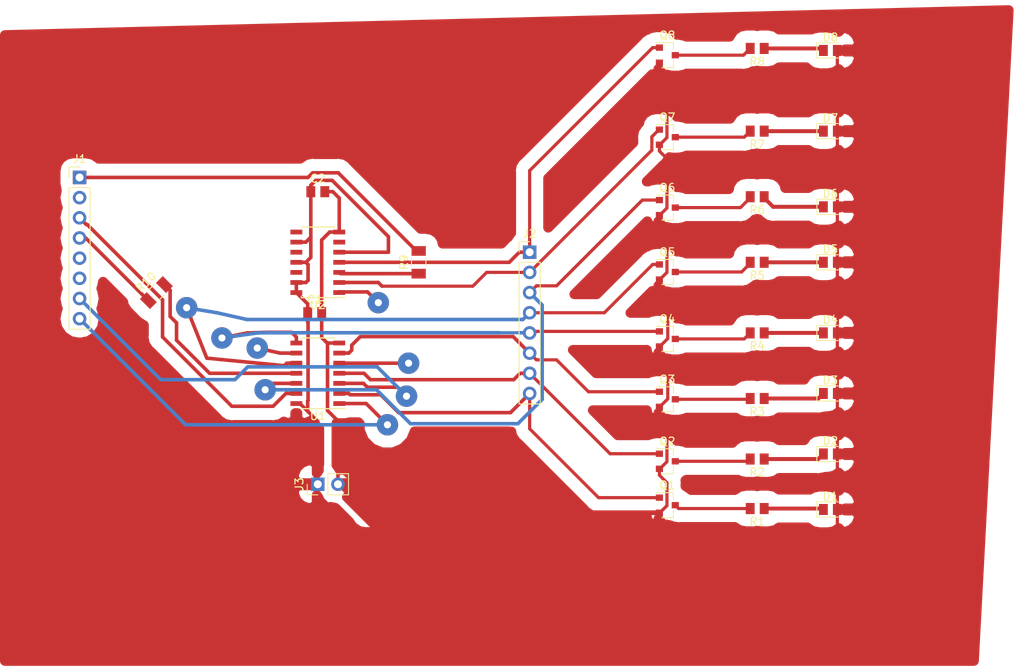
<source format=kicad_pcb>
(kicad_pcb (version 20171130) (host pcbnew 5.0.0-rc2-be01b52~65~ubuntu18.04.1)

  (general
    (thickness 1.6)
    (drawings 0)
    (tracks 272)
    (zones 0)
    (modules 33)
    (nets 41)
  )

  (page A4)
  (layers
    (0 F.Cu signal)
    (1 In1.Cu signal)
    (2 In2.Cu signal)
    (31 B.Cu signal)
    (32 B.Adhes user)
    (33 F.Adhes user)
    (34 B.Paste user)
    (35 F.Paste user)
    (36 B.SilkS user)
    (37 F.SilkS user)
    (38 B.Mask user)
    (39 F.Mask user)
    (40 Dwgs.User user)
    (41 Cmts.User user)
    (42 Eco1.User user)
    (43 Eco2.User user)
    (44 Edge.Cuts user)
    (45 Margin user)
    (46 B.CrtYd user)
    (47 F.CrtYd user)
    (48 B.Fab user)
    (49 F.Fab user)
  )

  (setup
    (last_trace_width 0.5)
    (trace_clearance 0.3)
    (zone_clearance 0.508)
    (zone_45_only no)
    (trace_min 0.2)
    (segment_width 0.2)
    (edge_width 0.15)
    (via_size 2.7)
    (via_drill 0.9)
    (via_min_size 0.4)
    (via_min_drill 0.3)
    (uvia_size 0.3)
    (uvia_drill 0.1)
    (uvias_allowed no)
    (uvia_min_size 0.2)
    (uvia_min_drill 0.1)
    (pcb_text_width 0.3)
    (pcb_text_size 1.5 1.5)
    (mod_edge_width 0.15)
    (mod_text_size 1 1)
    (mod_text_width 0.15)
    (pad_size 1.524 1.524)
    (pad_drill 0.762)
    (pad_to_mask_clearance 0.2)
    (aux_axis_origin 0 0)
    (visible_elements FFFFFF7F)
    (pcbplotparams
      (layerselection 0x010fc_ffffffff)
      (usegerberextensions false)
      (usegerberattributes false)
      (usegerberadvancedattributes false)
      (creategerberjobfile false)
      (excludeedgelayer true)
      (linewidth 0.100000)
      (plotframeref false)
      (viasonmask false)
      (mode 1)
      (useauxorigin false)
      (hpglpennumber 1)
      (hpglpenspeed 20)
      (hpglpendiameter 15)
      (psnegative false)
      (psa4output false)
      (plotreference true)
      (plotvalue true)
      (plotinvisibletext false)
      (padsonsilk false)
      (subtractmaskfromsilk false)
      (outputformat 1)
      (mirror false)
      (drillshape 1)
      (scaleselection 1)
      (outputdirectory ""))
  )

  (net 0 "")
  (net 1 GND)
  (net 2 VCC)
  (net 3 "Net-(D1-Pad1)")
  (net 4 "Net-(D2-Pad1)")
  (net 5 "Net-(D3-Pad1)")
  (net 6 "Net-(D4-Pad1)")
  (net 7 "Net-(D5-Pad1)")
  (net 8 "Net-(D6-Pad1)")
  (net 9 "Net-(D7-Pad1)")
  (net 10 "Net-(D8-Pad1)")
  (net 11 /X0)
  (net 12 /X1)
  (net 13 /X2)
  (net 14 /X3)
  (net 15 /X4)
  (net 16 /X5)
  (net 17 /X6)
  (net 18 /X7)
  (net 19 "Net-(Q1-Pad3)")
  (net 20 /Sheet5C342088/X)
  (net 21 "Net-(Q2-Pad3)")
  (net 22 "Net-(Q3-Pad3)")
  (net 23 "Net-(Q4-Pad3)")
  (net 24 /sheet5C3442F0/X)
  (net 25 "Net-(Q5-Pad3)")
  (net 26 "Net-(Q6-Pad3)")
  (net 27 "Net-(Q7-Pad3)")
  (net 28 "Net-(Q8-Pad3)")
  (net 29 /sheet5C3442F3/X)
  (net 30 "Net-(U2-Pad12)")
  (net 31 "Net-(U2-Pad10)")
  (net 32 "Net-(U2-Pad8)")
  (net 33 "Net-(U2-Pad6)")
  (net 34 "Net-(R9-Pad1)")
  (net 35 "Net-(R10-Pad2)")
  (net 36 /sheet5C342200/X)
  (net 37 /sheet5C343274/X)
  (net 38 /sheet5C3442F1/X)
  (net 39 /sheet5C3442F2/X)
  (net 40 /sheet5C343275/X)

  (net_class Default "This is the default net class."
    (clearance 0.3)
    (trace_width 0.5)
    (via_dia 2.7)
    (via_drill 0.9)
    (uvia_dia 0.3)
    (uvia_drill 0.1)
    (add_net /Sheet5C342088/X)
    (add_net /X0)
    (add_net /X1)
    (add_net /X2)
    (add_net /X3)
    (add_net /X4)
    (add_net /X5)
    (add_net /X6)
    (add_net /X7)
    (add_net /sheet5C342200/X)
    (add_net /sheet5C343274/X)
    (add_net /sheet5C343275/X)
    (add_net /sheet5C3442F0/X)
    (add_net /sheet5C3442F1/X)
    (add_net /sheet5C3442F2/X)
    (add_net /sheet5C3442F3/X)
    (add_net GND)
    (add_net "Net-(D1-Pad1)")
    (add_net "Net-(D2-Pad1)")
    (add_net "Net-(D3-Pad1)")
    (add_net "Net-(D4-Pad1)")
    (add_net "Net-(D5-Pad1)")
    (add_net "Net-(D6-Pad1)")
    (add_net "Net-(D7-Pad1)")
    (add_net "Net-(D8-Pad1)")
    (add_net "Net-(Q1-Pad3)")
    (add_net "Net-(Q2-Pad3)")
    (add_net "Net-(Q3-Pad3)")
    (add_net "Net-(Q4-Pad3)")
    (add_net "Net-(Q5-Pad3)")
    (add_net "Net-(Q6-Pad3)")
    (add_net "Net-(Q7-Pad3)")
    (add_net "Net-(Q8-Pad3)")
    (add_net "Net-(R10-Pad2)")
    (add_net "Net-(R9-Pad1)")
    (add_net "Net-(U2-Pad10)")
    (add_net "Net-(U2-Pad12)")
    (add_net "Net-(U2-Pad6)")
    (add_net "Net-(U2-Pad8)")
    (add_net VCC)
  )

  (module Resistor_SMD:R_1206_3216Metric (layer F.Cu) (tedit 5AC5DB74) (tstamp 5B2970E1)
    (at 82.55 38.1 45)
    (descr "Resistor SMD 1206 (3216 Metric), square (rectangular) end terminal, IPC_7351 nominal, (Body size source: http://www.tortai-tech.com/upload/download/2011102023233369053.pdf), generated with kicad-footprint-generator")
    (tags resistor)
    (path /5B31CFC2)
    (attr smd)
    (fp_text reference R10 (at 0 -1.85 45) (layer F.SilkS)
      (effects (font (size 1 1) (thickness 0.15)))
    )
    (fp_text value 0 (at 0 1.85 45) (layer F.Fab)
      (effects (font (size 1 1) (thickness 0.15)))
    )
    (fp_line (start -1.6 0.8) (end -1.6 -0.8) (layer F.Fab) (width 0.1))
    (fp_line (start -1.6 -0.8) (end 1.6 -0.8) (layer F.Fab) (width 0.1))
    (fp_line (start 1.6 -0.8) (end 1.6 0.8) (layer F.Fab) (width 0.1))
    (fp_line (start 1.6 0.8) (end -1.6 0.8) (layer F.Fab) (width 0.1))
    (fp_line (start -0.5 -0.91) (end 0.5 -0.91) (layer F.SilkS) (width 0.12))
    (fp_line (start -0.5 0.91) (end 0.5 0.91) (layer F.SilkS) (width 0.12))
    (fp_line (start -2.29 1.15) (end -2.29 -1.15) (layer F.CrtYd) (width 0.05))
    (fp_line (start -2.29 -1.15) (end 2.29 -1.15) (layer F.CrtYd) (width 0.05))
    (fp_line (start 2.29 -1.15) (end 2.29 1.15) (layer F.CrtYd) (width 0.05))
    (fp_line (start 2.29 1.15) (end -2.29 1.15) (layer F.CrtYd) (width 0.05))
    (fp_text user %R (at 0 0 45) (layer F.Fab)
      (effects (font (size 0.8 0.8) (thickness 0.12)))
    )
    (pad 1 smd rect (at -1.43 0 45) (size 1.22 1.8) (layers F.Cu F.Paste F.Mask)
      (net 15 /X4))
    (pad 2 smd rect (at 1.43 0 45) (size 1.22 1.8) (layers F.Cu F.Paste F.Mask)
      (net 35 "Net-(R10-Pad2)"))
    (model ${KISYS3DMOD}/Resistor_SMD.3dshapes/R_1206_3216Metric.wrl
      (at (xyz 0 0 0))
      (scale (xyz 1 1 1))
      (rotate (xyz 0 0 0))
    )
  )

  (module Resistor_SMD:R_1206_3216Metric (layer F.Cu) (tedit 5AC5DB74) (tstamp 5B296711)
    (at 115.57 34.29 90)
    (descr "Resistor SMD 1206 (3216 Metric), square (rectangular) end terminal, IPC_7351 nominal, (Body size source: http://www.tortai-tech.com/upload/download/2011102023233369053.pdf), generated with kicad-footprint-generator")
    (tags resistor)
    (path /5B315FC4)
    (attr smd)
    (fp_text reference R9 (at 0 -1.85 90) (layer F.SilkS)
      (effects (font (size 1 1) (thickness 0.15)))
    )
    (fp_text value 0 (at 0 1.85 90) (layer F.Fab)
      (effects (font (size 1 1) (thickness 0.15)))
    )
    (fp_line (start -1.6 0.8) (end -1.6 -0.8) (layer F.Fab) (width 0.1))
    (fp_line (start -1.6 -0.8) (end 1.6 -0.8) (layer F.Fab) (width 0.1))
    (fp_line (start 1.6 -0.8) (end 1.6 0.8) (layer F.Fab) (width 0.1))
    (fp_line (start 1.6 0.8) (end -1.6 0.8) (layer F.Fab) (width 0.1))
    (fp_line (start -0.5 -0.91) (end 0.5 -0.91) (layer F.SilkS) (width 0.12))
    (fp_line (start -0.5 0.91) (end 0.5 0.91) (layer F.SilkS) (width 0.12))
    (fp_line (start -2.29 1.15) (end -2.29 -1.15) (layer F.CrtYd) (width 0.05))
    (fp_line (start -2.29 -1.15) (end 2.29 -1.15) (layer F.CrtYd) (width 0.05))
    (fp_line (start 2.29 -1.15) (end 2.29 1.15) (layer F.CrtYd) (width 0.05))
    (fp_line (start 2.29 1.15) (end -2.29 1.15) (layer F.CrtYd) (width 0.05))
    (fp_text user %R (at 0 0 90) (layer F.Fab)
      (effects (font (size 0.8 0.8) (thickness 0.12)))
    )
    (pad 1 smd rect (at -1.43 0 90) (size 1.22 1.8) (layers F.Cu F.Paste F.Mask)
      (net 34 "Net-(R9-Pad1)"))
    (pad 2 smd rect (at 1.43 0 90) (size 1.22 1.8) (layers F.Cu F.Paste F.Mask)
      (net 18 /X7))
    (model ${KISYS3DMOD}/Resistor_SMD.3dshapes/R_1206_3216Metric.wrl
      (at (xyz 0 0 0))
      (scale (xyz 1 1 1))
      (rotate (xyz 0 0 0))
    )
  )

  (module Capacitor_SMD:C_0805_2012Metric (layer F.Cu) (tedit 5AC5DB74) (tstamp 5B28C6FB)
    (at 102.48 40.64)
    (descr "Capacitor SMD 0805 (2012 Metric), square (rectangular) end terminal, IPC_7351 nominal, (Body size source: http://www.tortai-tech.com/upload/download/2011102023233369053.pdf), generated with kicad-footprint-generator")
    (tags capacitor)
    (path /5FB83DC0)
    (attr smd)
    (fp_text reference C1 (at 0 -1.65) (layer F.SilkS)
      (effects (font (size 1 1) (thickness 0.15)))
    )
    (fp_text value 100nF (at 0 1.65) (layer F.Fab)
      (effects (font (size 1 1) (thickness 0.15)))
    )
    (fp_text user %R (at 0 0 180) (layer F.Fab)
      (effects (font (size 0.5 0.5) (thickness 0.08)))
    )
    (fp_line (start 1.69 0.95) (end -1.69 0.95) (layer F.CrtYd) (width 0.05))
    (fp_line (start 1.69 -0.95) (end 1.69 0.95) (layer F.CrtYd) (width 0.05))
    (fp_line (start -1.69 -0.95) (end 1.69 -0.95) (layer F.CrtYd) (width 0.05))
    (fp_line (start -1.69 0.95) (end -1.69 -0.95) (layer F.CrtYd) (width 0.05))
    (fp_line (start 1 0.6) (end -1 0.6) (layer F.Fab) (width 0.1))
    (fp_line (start 1 -0.6) (end 1 0.6) (layer F.Fab) (width 0.1))
    (fp_line (start -1 -0.6) (end 1 -0.6) (layer F.Fab) (width 0.1))
    (fp_line (start -1 0.6) (end -1 -0.6) (layer F.Fab) (width 0.1))
    (pad 2 smd rect (at 0.88 0) (size 1.12 1.4) (layers F.Cu F.Paste F.Mask)
      (net 1 GND))
    (pad 1 smd rect (at -0.88 0) (size 1.12 1.4) (layers F.Cu F.Paste F.Mask)
      (net 2 VCC))
    (model ${KISYS3DMOD}/Capacitor_SMD.3dshapes/C_0805_2012Metric.wrl
      (at (xyz 0 0 0))
      (scale (xyz 1 1 1))
      (rotate (xyz 0 0 0))
    )
  )

  (module Capacitor_SMD:C_0805_2012Metric (layer F.Cu) (tedit 5AC5DB74) (tstamp 5B28C70A)
    (at 102.87 25.4)
    (descr "Capacitor SMD 0805 (2012 Metric), square (rectangular) end terminal, IPC_7351 nominal, (Body size source: http://www.tortai-tech.com/upload/download/2011102023233369053.pdf), generated with kicad-footprint-generator")
    (tags capacitor)
    (path /5FB83F1E)
    (attr smd)
    (fp_text reference C2 (at 0 -1.65) (layer F.SilkS)
      (effects (font (size 1 1) (thickness 0.15)))
    )
    (fp_text value 100nF (at 0 1.65) (layer F.Fab)
      (effects (font (size 1 1) (thickness 0.15)))
    )
    (fp_line (start -1 0.6) (end -1 -0.6) (layer F.Fab) (width 0.1))
    (fp_line (start -1 -0.6) (end 1 -0.6) (layer F.Fab) (width 0.1))
    (fp_line (start 1 -0.6) (end 1 0.6) (layer F.Fab) (width 0.1))
    (fp_line (start 1 0.6) (end -1 0.6) (layer F.Fab) (width 0.1))
    (fp_line (start -1.69 0.95) (end -1.69 -0.95) (layer F.CrtYd) (width 0.05))
    (fp_line (start -1.69 -0.95) (end 1.69 -0.95) (layer F.CrtYd) (width 0.05))
    (fp_line (start 1.69 -0.95) (end 1.69 0.95) (layer F.CrtYd) (width 0.05))
    (fp_line (start 1.69 0.95) (end -1.69 0.95) (layer F.CrtYd) (width 0.05))
    (fp_text user %R (at 0 0) (layer F.Fab)
      (effects (font (size 0.5 0.5) (thickness 0.08)))
    )
    (pad 1 smd rect (at -0.88 0) (size 1.12 1.4) (layers F.Cu F.Paste F.Mask)
      (net 2 VCC))
    (pad 2 smd rect (at 0.88 0) (size 1.12 1.4) (layers F.Cu F.Paste F.Mask)
      (net 1 GND))
    (model ${KISYS3DMOD}/Capacitor_SMD.3dshapes/C_0805_2012Metric.wrl
      (at (xyz 0 0 0))
      (scale (xyz 1 1 1))
      (rotate (xyz 0 0 0))
    )
  )

  (module LED_SMD:LED_0805_2012Metric_Pad1.12x1.40mm_HandSolder (layer F.Cu) (tedit 5AC5DB75) (tstamp 5B28C71D)
    (at 167.395 65.405)
    (descr "LED SMD 0805 (2012 Metric), square (rectangular) end terminal, IPC_7351 nominal, (Body size source: http://www.tortai-tech.com/upload/download/2011102023233369053.pdf), generated with kicad-footprint-generator")
    (tags "LED handsolder")
    (path /5C342089/5BF1FBAD)
    (attr smd)
    (fp_text reference D1 (at 0 -1.65) (layer F.SilkS)
      (effects (font (size 1 1) (thickness 0.15)))
    )
    (fp_text value RED (at 0 1.65) (layer F.Fab)
      (effects (font (size 1 1) (thickness 0.15)))
    )
    (fp_text user %R (at 0 0) (layer F.Fab)
      (effects (font (size 0.5 0.5) (thickness 0.08)))
    )
    (fp_line (start 1.69 0.95) (end -1.69 0.95) (layer F.CrtYd) (width 0.05))
    (fp_line (start 1.69 -0.95) (end 1.69 0.95) (layer F.CrtYd) (width 0.05))
    (fp_line (start -1.69 -0.95) (end 1.69 -0.95) (layer F.CrtYd) (width 0.05))
    (fp_line (start -1.69 0.95) (end -1.69 -0.95) (layer F.CrtYd) (width 0.05))
    (fp_line (start -1.7 0.96) (end 1 0.96) (layer F.SilkS) (width 0.12))
    (fp_line (start -1.7 -0.96) (end -1.7 0.96) (layer F.SilkS) (width 0.12))
    (fp_line (start 1 -0.96) (end -1.7 -0.96) (layer F.SilkS) (width 0.12))
    (fp_line (start 1 0.6) (end 1 -0.6) (layer F.Fab) (width 0.1))
    (fp_line (start -1 0.6) (end 1 0.6) (layer F.Fab) (width 0.1))
    (fp_line (start -1 -0.3) (end -1 0.6) (layer F.Fab) (width 0.1))
    (fp_line (start -0.7 -0.6) (end -1 -0.3) (layer F.Fab) (width 0.1))
    (fp_line (start 1 -0.6) (end -0.7 -0.6) (layer F.Fab) (width 0.1))
    (pad 2 smd rect (at 0.88 0) (size 1.12 1.4) (layers F.Cu F.Paste F.Mask)
      (net 2 VCC))
    (pad 1 smd rect (at -0.88 0) (size 1.12 1.4) (layers F.Cu F.Paste F.Mask)
      (net 3 "Net-(D1-Pad1)"))
    (model ${KISYS3DMOD}/LED_SMD.3dshapes/LED_0805_2012Metric.wrl
      (at (xyz 0 0 0))
      (scale (xyz 1 1 1))
      (rotate (xyz 0 0 0))
    )
  )

  (module LED_SMD:LED_0805_2012Metric_Pad1.12x1.40mm_HandSolder (layer F.Cu) (tedit 5AC5DB75) (tstamp 5B28C730)
    (at 167.395 58.42)
    (descr "LED SMD 0805 (2012 Metric), square (rectangular) end terminal, IPC_7351 nominal, (Body size source: http://www.tortai-tech.com/upload/download/2011102023233369053.pdf), generated with kicad-footprint-generator")
    (tags "LED handsolder")
    (path /5C342203/5BF1FBAD)
    (attr smd)
    (fp_text reference D2 (at 0 -1.65) (layer F.SilkS)
      (effects (font (size 1 1) (thickness 0.15)))
    )
    (fp_text value RED (at 0 1.65) (layer F.Fab)
      (effects (font (size 1 1) (thickness 0.15)))
    )
    (fp_line (start 1 -0.6) (end -0.7 -0.6) (layer F.Fab) (width 0.1))
    (fp_line (start -0.7 -0.6) (end -1 -0.3) (layer F.Fab) (width 0.1))
    (fp_line (start -1 -0.3) (end -1 0.6) (layer F.Fab) (width 0.1))
    (fp_line (start -1 0.6) (end 1 0.6) (layer F.Fab) (width 0.1))
    (fp_line (start 1 0.6) (end 1 -0.6) (layer F.Fab) (width 0.1))
    (fp_line (start 1 -0.96) (end -1.7 -0.96) (layer F.SilkS) (width 0.12))
    (fp_line (start -1.7 -0.96) (end -1.7 0.96) (layer F.SilkS) (width 0.12))
    (fp_line (start -1.7 0.96) (end 1 0.96) (layer F.SilkS) (width 0.12))
    (fp_line (start -1.69 0.95) (end -1.69 -0.95) (layer F.CrtYd) (width 0.05))
    (fp_line (start -1.69 -0.95) (end 1.69 -0.95) (layer F.CrtYd) (width 0.05))
    (fp_line (start 1.69 -0.95) (end 1.69 0.95) (layer F.CrtYd) (width 0.05))
    (fp_line (start 1.69 0.95) (end -1.69 0.95) (layer F.CrtYd) (width 0.05))
    (fp_text user %R (at 0 0) (layer F.Fab)
      (effects (font (size 0.5 0.5) (thickness 0.08)))
    )
    (pad 1 smd rect (at -0.88 0) (size 1.12 1.4) (layers F.Cu F.Paste F.Mask)
      (net 4 "Net-(D2-Pad1)"))
    (pad 2 smd rect (at 0.88 0) (size 1.12 1.4) (layers F.Cu F.Paste F.Mask)
      (net 2 VCC))
    (model ${KISYS3DMOD}/LED_SMD.3dshapes/LED_0805_2012Metric.wrl
      (at (xyz 0 0 0))
      (scale (xyz 1 1 1))
      (rotate (xyz 0 0 0))
    )
  )

  (module LED_SMD:LED_0805_2012Metric_Pad1.12x1.40mm_HandSolder (layer F.Cu) (tedit 5AC5DB75) (tstamp 5B28C743)
    (at 167.395 50.8)
    (descr "LED SMD 0805 (2012 Metric), square (rectangular) end terminal, IPC_7351 nominal, (Body size source: http://www.tortai-tech.com/upload/download/2011102023233369053.pdf), generated with kicad-footprint-generator")
    (tags "LED handsolder")
    (path /5C343278/5BF1FBAD)
    (attr smd)
    (fp_text reference D3 (at 0 -1.65) (layer F.SilkS)
      (effects (font (size 1 1) (thickness 0.15)))
    )
    (fp_text value RED (at 0 1.65) (layer F.Fab)
      (effects (font (size 1 1) (thickness 0.15)))
    )
    (fp_text user %R (at 0 0) (layer F.Fab)
      (effects (font (size 0.5 0.5) (thickness 0.08)))
    )
    (fp_line (start 1.69 0.95) (end -1.69 0.95) (layer F.CrtYd) (width 0.05))
    (fp_line (start 1.69 -0.95) (end 1.69 0.95) (layer F.CrtYd) (width 0.05))
    (fp_line (start -1.69 -0.95) (end 1.69 -0.95) (layer F.CrtYd) (width 0.05))
    (fp_line (start -1.69 0.95) (end -1.69 -0.95) (layer F.CrtYd) (width 0.05))
    (fp_line (start -1.7 0.96) (end 1 0.96) (layer F.SilkS) (width 0.12))
    (fp_line (start -1.7 -0.96) (end -1.7 0.96) (layer F.SilkS) (width 0.12))
    (fp_line (start 1 -0.96) (end -1.7 -0.96) (layer F.SilkS) (width 0.12))
    (fp_line (start 1 0.6) (end 1 -0.6) (layer F.Fab) (width 0.1))
    (fp_line (start -1 0.6) (end 1 0.6) (layer F.Fab) (width 0.1))
    (fp_line (start -1 -0.3) (end -1 0.6) (layer F.Fab) (width 0.1))
    (fp_line (start -0.7 -0.6) (end -1 -0.3) (layer F.Fab) (width 0.1))
    (fp_line (start 1 -0.6) (end -0.7 -0.6) (layer F.Fab) (width 0.1))
    (pad 2 smd rect (at 0.88 0) (size 1.12 1.4) (layers F.Cu F.Paste F.Mask)
      (net 2 VCC))
    (pad 1 smd rect (at -0.88 0) (size 1.12 1.4) (layers F.Cu F.Paste F.Mask)
      (net 5 "Net-(D3-Pad1)"))
    (model ${KISYS3DMOD}/LED_SMD.3dshapes/LED_0805_2012Metric.wrl
      (at (xyz 0 0 0))
      (scale (xyz 1 1 1))
      (rotate (xyz 0 0 0))
    )
  )

  (module LED_SMD:LED_0805_2012Metric_Pad1.12x1.40mm_HandSolder (layer F.Cu) (tedit 5AC5DB75) (tstamp 5B28C756)
    (at 167.395 43.18)
    (descr "LED SMD 0805 (2012 Metric), square (rectangular) end terminal, IPC_7351 nominal, (Body size source: http://www.tortai-tech.com/upload/download/2011102023233369053.pdf), generated with kicad-footprint-generator")
    (tags "LED handsolder")
    (path /5C34327B/5BF1FBAD)
    (attr smd)
    (fp_text reference D4 (at 0 -1.65) (layer F.SilkS)
      (effects (font (size 1 1) (thickness 0.15)))
    )
    (fp_text value RED (at 0 1.65) (layer F.Fab)
      (effects (font (size 1 1) (thickness 0.15)))
    )
    (fp_line (start 1 -0.6) (end -0.7 -0.6) (layer F.Fab) (width 0.1))
    (fp_line (start -0.7 -0.6) (end -1 -0.3) (layer F.Fab) (width 0.1))
    (fp_line (start -1 -0.3) (end -1 0.6) (layer F.Fab) (width 0.1))
    (fp_line (start -1 0.6) (end 1 0.6) (layer F.Fab) (width 0.1))
    (fp_line (start 1 0.6) (end 1 -0.6) (layer F.Fab) (width 0.1))
    (fp_line (start 1 -0.96) (end -1.7 -0.96) (layer F.SilkS) (width 0.12))
    (fp_line (start -1.7 -0.96) (end -1.7 0.96) (layer F.SilkS) (width 0.12))
    (fp_line (start -1.7 0.96) (end 1 0.96) (layer F.SilkS) (width 0.12))
    (fp_line (start -1.69 0.95) (end -1.69 -0.95) (layer F.CrtYd) (width 0.05))
    (fp_line (start -1.69 -0.95) (end 1.69 -0.95) (layer F.CrtYd) (width 0.05))
    (fp_line (start 1.69 -0.95) (end 1.69 0.95) (layer F.CrtYd) (width 0.05))
    (fp_line (start 1.69 0.95) (end -1.69 0.95) (layer F.CrtYd) (width 0.05))
    (fp_text user %R (at 0 0) (layer F.Fab)
      (effects (font (size 0.5 0.5) (thickness 0.08)))
    )
    (pad 1 smd rect (at -0.88 0) (size 1.12 1.4) (layers F.Cu F.Paste F.Mask)
      (net 6 "Net-(D4-Pad1)"))
    (pad 2 smd rect (at 0.88 0) (size 1.12 1.4) (layers F.Cu F.Paste F.Mask)
      (net 2 VCC))
    (model ${KISYS3DMOD}/LED_SMD.3dshapes/LED_0805_2012Metric.wrl
      (at (xyz 0 0 0))
      (scale (xyz 1 1 1))
      (rotate (xyz 0 0 0))
    )
  )

  (module LED_SMD:LED_0805_2012Metric_Pad1.12x1.40mm_HandSolder (layer F.Cu) (tedit 5AC5DB75) (tstamp 5B29846F)
    (at 167.395 34.29)
    (descr "LED SMD 0805 (2012 Metric), square (rectangular) end terminal, IPC_7351 nominal, (Body size source: http://www.tortai-tech.com/upload/download/2011102023233369053.pdf), generated with kicad-footprint-generator")
    (tags "LED handsolder")
    (path /5C3442F6/5BF1FBAD)
    (attr smd)
    (fp_text reference D5 (at 0 -1.65) (layer F.SilkS)
      (effects (font (size 1 1) (thickness 0.15)))
    )
    (fp_text value RED (at 0 1.65) (layer F.Fab)
      (effects (font (size 1 1) (thickness 0.15)))
    )
    (fp_text user %R (at 0 0) (layer F.Fab)
      (effects (font (size 0.5 0.5) (thickness 0.08)))
    )
    (fp_line (start 1.69 0.95) (end -1.69 0.95) (layer F.CrtYd) (width 0.05))
    (fp_line (start 1.69 -0.95) (end 1.69 0.95) (layer F.CrtYd) (width 0.05))
    (fp_line (start -1.69 -0.95) (end 1.69 -0.95) (layer F.CrtYd) (width 0.05))
    (fp_line (start -1.69 0.95) (end -1.69 -0.95) (layer F.CrtYd) (width 0.05))
    (fp_line (start -1.7 0.96) (end 1 0.96) (layer F.SilkS) (width 0.12))
    (fp_line (start -1.7 -0.96) (end -1.7 0.96) (layer F.SilkS) (width 0.12))
    (fp_line (start 1 -0.96) (end -1.7 -0.96) (layer F.SilkS) (width 0.12))
    (fp_line (start 1 0.6) (end 1 -0.6) (layer F.Fab) (width 0.1))
    (fp_line (start -1 0.6) (end 1 0.6) (layer F.Fab) (width 0.1))
    (fp_line (start -1 -0.3) (end -1 0.6) (layer F.Fab) (width 0.1))
    (fp_line (start -0.7 -0.6) (end -1 -0.3) (layer F.Fab) (width 0.1))
    (fp_line (start 1 -0.6) (end -0.7 -0.6) (layer F.Fab) (width 0.1))
    (pad 2 smd rect (at 0.88 0) (size 1.12 1.4) (layers F.Cu F.Paste F.Mask)
      (net 2 VCC))
    (pad 1 smd rect (at -0.88 0) (size 1.12 1.4) (layers F.Cu F.Paste F.Mask)
      (net 7 "Net-(D5-Pad1)"))
    (model ${KISYS3DMOD}/LED_SMD.3dshapes/LED_0805_2012Metric.wrl
      (at (xyz 0 0 0))
      (scale (xyz 1 1 1))
      (rotate (xyz 0 0 0))
    )
  )

  (module LED_SMD:LED_0805_2012Metric_Pad1.12x1.40mm_HandSolder (layer F.Cu) (tedit 5AC5DB75) (tstamp 5B28C77C)
    (at 167.395 27.305)
    (descr "LED SMD 0805 (2012 Metric), square (rectangular) end terminal, IPC_7351 nominal, (Body size source: http://www.tortai-tech.com/upload/download/2011102023233369053.pdf), generated with kicad-footprint-generator")
    (tags "LED handsolder")
    (path /5C3442F9/5BF1FBAD)
    (attr smd)
    (fp_text reference D6 (at 0 -1.65) (layer F.SilkS)
      (effects (font (size 1 1) (thickness 0.15)))
    )
    (fp_text value RED (at 0 1.65) (layer F.Fab)
      (effects (font (size 1 1) (thickness 0.15)))
    )
    (fp_line (start 1 -0.6) (end -0.7 -0.6) (layer F.Fab) (width 0.1))
    (fp_line (start -0.7 -0.6) (end -1 -0.3) (layer F.Fab) (width 0.1))
    (fp_line (start -1 -0.3) (end -1 0.6) (layer F.Fab) (width 0.1))
    (fp_line (start -1 0.6) (end 1 0.6) (layer F.Fab) (width 0.1))
    (fp_line (start 1 0.6) (end 1 -0.6) (layer F.Fab) (width 0.1))
    (fp_line (start 1 -0.96) (end -1.7 -0.96) (layer F.SilkS) (width 0.12))
    (fp_line (start -1.7 -0.96) (end -1.7 0.96) (layer F.SilkS) (width 0.12))
    (fp_line (start -1.7 0.96) (end 1 0.96) (layer F.SilkS) (width 0.12))
    (fp_line (start -1.69 0.95) (end -1.69 -0.95) (layer F.CrtYd) (width 0.05))
    (fp_line (start -1.69 -0.95) (end 1.69 -0.95) (layer F.CrtYd) (width 0.05))
    (fp_line (start 1.69 -0.95) (end 1.69 0.95) (layer F.CrtYd) (width 0.05))
    (fp_line (start 1.69 0.95) (end -1.69 0.95) (layer F.CrtYd) (width 0.05))
    (fp_text user %R (at 0 0) (layer F.Fab)
      (effects (font (size 0.5 0.5) (thickness 0.08)))
    )
    (pad 1 smd rect (at -0.88 0) (size 1.12 1.4) (layers F.Cu F.Paste F.Mask)
      (net 8 "Net-(D6-Pad1)"))
    (pad 2 smd rect (at 0.88 0) (size 1.12 1.4) (layers F.Cu F.Paste F.Mask)
      (net 2 VCC))
    (model ${KISYS3DMOD}/LED_SMD.3dshapes/LED_0805_2012Metric.wrl
      (at (xyz 0 0 0))
      (scale (xyz 1 1 1))
      (rotate (xyz 0 0 0))
    )
  )

  (module LED_SMD:LED_0805_2012Metric_Pad1.12x1.40mm_HandSolder (layer F.Cu) (tedit 5AC5DB75) (tstamp 5B28C78F)
    (at 167.395 17.78)
    (descr "LED SMD 0805 (2012 Metric), square (rectangular) end terminal, IPC_7351 nominal, (Body size source: http://www.tortai-tech.com/upload/download/2011102023233369053.pdf), generated with kicad-footprint-generator")
    (tags "LED handsolder")
    (path /5FBC5625/5BF1FBAD)
    (attr smd)
    (fp_text reference D7 (at 0 -1.65) (layer F.SilkS)
      (effects (font (size 1 1) (thickness 0.15)))
    )
    (fp_text value RED (at 0 1.65) (layer F.Fab)
      (effects (font (size 1 1) (thickness 0.15)))
    )
    (fp_text user %R (at 0 0) (layer F.Fab)
      (effects (font (size 0.5 0.5) (thickness 0.08)))
    )
    (fp_line (start 1.69 0.95) (end -1.69 0.95) (layer F.CrtYd) (width 0.05))
    (fp_line (start 1.69 -0.95) (end 1.69 0.95) (layer F.CrtYd) (width 0.05))
    (fp_line (start -1.69 -0.95) (end 1.69 -0.95) (layer F.CrtYd) (width 0.05))
    (fp_line (start -1.69 0.95) (end -1.69 -0.95) (layer F.CrtYd) (width 0.05))
    (fp_line (start -1.7 0.96) (end 1 0.96) (layer F.SilkS) (width 0.12))
    (fp_line (start -1.7 -0.96) (end -1.7 0.96) (layer F.SilkS) (width 0.12))
    (fp_line (start 1 -0.96) (end -1.7 -0.96) (layer F.SilkS) (width 0.12))
    (fp_line (start 1 0.6) (end 1 -0.6) (layer F.Fab) (width 0.1))
    (fp_line (start -1 0.6) (end 1 0.6) (layer F.Fab) (width 0.1))
    (fp_line (start -1 -0.3) (end -1 0.6) (layer F.Fab) (width 0.1))
    (fp_line (start -0.7 -0.6) (end -1 -0.3) (layer F.Fab) (width 0.1))
    (fp_line (start 1 -0.6) (end -0.7 -0.6) (layer F.Fab) (width 0.1))
    (pad 2 smd rect (at 0.88 0) (size 1.12 1.4) (layers F.Cu F.Paste F.Mask)
      (net 2 VCC))
    (pad 1 smd rect (at -0.88 0) (size 1.12 1.4) (layers F.Cu F.Paste F.Mask)
      (net 9 "Net-(D7-Pad1)"))
    (model ${KISYS3DMOD}/LED_SMD.3dshapes/LED_0805_2012Metric.wrl
      (at (xyz 0 0 0))
      (scale (xyz 1 1 1))
      (rotate (xyz 0 0 0))
    )
  )

  (module LED_SMD:LED_0805_2012Metric_Pad1.12x1.40mm_HandSolder (layer F.Cu) (tedit 5AC5DB75) (tstamp 5B28C7A2)
    (at 167.395 7.62)
    (descr "LED SMD 0805 (2012 Metric), square (rectangular) end terminal, IPC_7351 nominal, (Body size source: http://www.tortai-tech.com/upload/download/2011102023233369053.pdf), generated with kicad-footprint-generator")
    (tags "LED handsolder")
    (path /5FBC5626/5BF1FBAD)
    (attr smd)
    (fp_text reference D8 (at 0 -1.65) (layer F.SilkS)
      (effects (font (size 1 1) (thickness 0.15)))
    )
    (fp_text value RED (at 0 1.65) (layer F.Fab)
      (effects (font (size 1 1) (thickness 0.15)))
    )
    (fp_line (start 1 -0.6) (end -0.7 -0.6) (layer F.Fab) (width 0.1))
    (fp_line (start -0.7 -0.6) (end -1 -0.3) (layer F.Fab) (width 0.1))
    (fp_line (start -1 -0.3) (end -1 0.6) (layer F.Fab) (width 0.1))
    (fp_line (start -1 0.6) (end 1 0.6) (layer F.Fab) (width 0.1))
    (fp_line (start 1 0.6) (end 1 -0.6) (layer F.Fab) (width 0.1))
    (fp_line (start 1 -0.96) (end -1.7 -0.96) (layer F.SilkS) (width 0.12))
    (fp_line (start -1.7 -0.96) (end -1.7 0.96) (layer F.SilkS) (width 0.12))
    (fp_line (start -1.7 0.96) (end 1 0.96) (layer F.SilkS) (width 0.12))
    (fp_line (start -1.69 0.95) (end -1.69 -0.95) (layer F.CrtYd) (width 0.05))
    (fp_line (start -1.69 -0.95) (end 1.69 -0.95) (layer F.CrtYd) (width 0.05))
    (fp_line (start 1.69 -0.95) (end 1.69 0.95) (layer F.CrtYd) (width 0.05))
    (fp_line (start 1.69 0.95) (end -1.69 0.95) (layer F.CrtYd) (width 0.05))
    (fp_text user %R (at 0 0) (layer F.Fab)
      (effects (font (size 0.5 0.5) (thickness 0.08)))
    )
    (pad 1 smd rect (at -0.88 0) (size 1.12 1.4) (layers F.Cu F.Paste F.Mask)
      (net 10 "Net-(D8-Pad1)"))
    (pad 2 smd rect (at 0.88 0) (size 1.12 1.4) (layers F.Cu F.Paste F.Mask)
      (net 2 VCC))
    (model ${KISYS3DMOD}/LED_SMD.3dshapes/LED_0805_2012Metric.wrl
      (at (xyz 0 0 0))
      (scale (xyz 1 1 1))
      (rotate (xyz 0 0 0))
    )
  )

  (module Connector_PinHeader_2.54mm:PinHeader_1x08_P2.54mm_Vertical (layer F.Cu) (tedit 59FED5CC) (tstamp 5B28C7BE)
    (at 72.882619 23.6075)
    (descr "Through hole straight pin header, 1x08, 2.54mm pitch, single row")
    (tags "Through hole pin header THT 1x08 2.54mm single row")
    (path /5B2962D8)
    (fp_text reference J1 (at 0 -2.33) (layer F.SilkS)
      (effects (font (size 1 1) (thickness 0.15)))
    )
    (fp_text value Conn_01x08 (at 0 20.11) (layer F.Fab)
      (effects (font (size 1 1) (thickness 0.15)))
    )
    (fp_text user %R (at 0 8.89 90) (layer F.Fab)
      (effects (font (size 1 1) (thickness 0.15)))
    )
    (fp_line (start 1.8 -1.8) (end -1.8 -1.8) (layer F.CrtYd) (width 0.05))
    (fp_line (start 1.8 19.55) (end 1.8 -1.8) (layer F.CrtYd) (width 0.05))
    (fp_line (start -1.8 19.55) (end 1.8 19.55) (layer F.CrtYd) (width 0.05))
    (fp_line (start -1.8 -1.8) (end -1.8 19.55) (layer F.CrtYd) (width 0.05))
    (fp_line (start -1.33 -1.33) (end 0 -1.33) (layer F.SilkS) (width 0.12))
    (fp_line (start -1.33 0) (end -1.33 -1.33) (layer F.SilkS) (width 0.12))
    (fp_line (start -1.33 1.27) (end 1.33 1.27) (layer F.SilkS) (width 0.12))
    (fp_line (start 1.33 1.27) (end 1.33 19.11) (layer F.SilkS) (width 0.12))
    (fp_line (start -1.33 1.27) (end -1.33 19.11) (layer F.SilkS) (width 0.12))
    (fp_line (start -1.33 19.11) (end 1.33 19.11) (layer F.SilkS) (width 0.12))
    (fp_line (start -1.27 -0.635) (end -0.635 -1.27) (layer F.Fab) (width 0.1))
    (fp_line (start -1.27 19.05) (end -1.27 -0.635) (layer F.Fab) (width 0.1))
    (fp_line (start 1.27 19.05) (end -1.27 19.05) (layer F.Fab) (width 0.1))
    (fp_line (start 1.27 -1.27) (end 1.27 19.05) (layer F.Fab) (width 0.1))
    (fp_line (start -0.635 -1.27) (end 1.27 -1.27) (layer F.Fab) (width 0.1))
    (pad 8 thru_hole oval (at 0 17.78) (size 1.7 1.7) (drill 1) (layers *.Cu *.Mask)
      (net 11 /X0))
    (pad 7 thru_hole oval (at 0 15.24) (size 1.7 1.7) (drill 1) (layers *.Cu *.Mask)
      (net 12 /X1))
    (pad 6 thru_hole oval (at 0 12.7) (size 1.7 1.7) (drill 1) (layers *.Cu *.Mask)
      (net 13 /X2))
    (pad 5 thru_hole oval (at 0 10.16) (size 1.7 1.7) (drill 1) (layers *.Cu *.Mask)
      (net 14 /X3))
    (pad 4 thru_hole oval (at 0 7.62) (size 1.7 1.7) (drill 1) (layers *.Cu *.Mask)
      (net 15 /X4))
    (pad 3 thru_hole oval (at 0 5.08) (size 1.7 1.7) (drill 1) (layers *.Cu *.Mask)
      (net 16 /X5))
    (pad 2 thru_hole oval (at 0 2.54) (size 1.7 1.7) (drill 1) (layers *.Cu *.Mask)
      (net 17 /X6))
    (pad 1 thru_hole rect (at 0 0) (size 1.7 1.7) (drill 1) (layers *.Cu *.Mask)
      (net 18 /X7))
    (model ${KISYS3DMOD}/Connector_PinHeader_2.54mm.3dshapes/PinHeader_1x08_P2.54mm_Vertical.wrl
      (at (xyz 0 0 0))
      (scale (xyz 1 1 1))
      (rotate (xyz 0 0 0))
    )
  )

  (module Connector_PinHeader_2.54mm:PinHeader_1x08_P2.54mm_Vertical (layer F.Cu) (tedit 59FED5CC) (tstamp 5B28C7DA)
    (at 129.54 33.02)
    (descr "Through hole straight pin header, 1x08, 2.54mm pitch, single row")
    (tags "Through hole pin header THT 1x08 2.54mm single row")
    (path /5B296608)
    (fp_text reference J2 (at 0 -2.33) (layer F.SilkS)
      (effects (font (size 1 1) (thickness 0.15)))
    )
    (fp_text value Conn_01x08 (at 0 20.11) (layer F.Fab)
      (effects (font (size 1 1) (thickness 0.15)))
    )
    (fp_line (start -0.635 -1.27) (end 1.27 -1.27) (layer F.Fab) (width 0.1))
    (fp_line (start 1.27 -1.27) (end 1.27 19.05) (layer F.Fab) (width 0.1))
    (fp_line (start 1.27 19.05) (end -1.27 19.05) (layer F.Fab) (width 0.1))
    (fp_line (start -1.27 19.05) (end -1.27 -0.635) (layer F.Fab) (width 0.1))
    (fp_line (start -1.27 -0.635) (end -0.635 -1.27) (layer F.Fab) (width 0.1))
    (fp_line (start -1.33 19.11) (end 1.33 19.11) (layer F.SilkS) (width 0.12))
    (fp_line (start -1.33 1.27) (end -1.33 19.11) (layer F.SilkS) (width 0.12))
    (fp_line (start 1.33 1.27) (end 1.33 19.11) (layer F.SilkS) (width 0.12))
    (fp_line (start -1.33 1.27) (end 1.33 1.27) (layer F.SilkS) (width 0.12))
    (fp_line (start -1.33 0) (end -1.33 -1.33) (layer F.SilkS) (width 0.12))
    (fp_line (start -1.33 -1.33) (end 0 -1.33) (layer F.SilkS) (width 0.12))
    (fp_line (start -1.8 -1.8) (end -1.8 19.55) (layer F.CrtYd) (width 0.05))
    (fp_line (start -1.8 19.55) (end 1.8 19.55) (layer F.CrtYd) (width 0.05))
    (fp_line (start 1.8 19.55) (end 1.8 -1.8) (layer F.CrtYd) (width 0.05))
    (fp_line (start 1.8 -1.8) (end -1.8 -1.8) (layer F.CrtYd) (width 0.05))
    (fp_text user %R (at 0 8.89 90) (layer F.Fab)
      (effects (font (size 1 1) (thickness 0.15)))
    )
    (pad 1 thru_hole rect (at 0 0) (size 1.7 1.7) (drill 1) (layers *.Cu *.Mask)
      (net 29 /sheet5C3442F3/X))
    (pad 2 thru_hole oval (at 0 2.54) (size 1.7 1.7) (drill 1) (layers *.Cu *.Mask)
      (net 39 /sheet5C3442F2/X))
    (pad 3 thru_hole oval (at 0 5.08) (size 1.7 1.7) (drill 1) (layers *.Cu *.Mask)
      (net 38 /sheet5C3442F1/X))
    (pad 4 thru_hole oval (at 0 7.62) (size 1.7 1.7) (drill 1) (layers *.Cu *.Mask)
      (net 24 /sheet5C3442F0/X))
    (pad 5 thru_hole oval (at 0 10.16) (size 1.7 1.7) (drill 1) (layers *.Cu *.Mask)
      (net 40 /sheet5C343275/X))
    (pad 6 thru_hole oval (at 0 12.7) (size 1.7 1.7) (drill 1) (layers *.Cu *.Mask)
      (net 37 /sheet5C343274/X))
    (pad 7 thru_hole oval (at 0 15.24) (size 1.7 1.7) (drill 1) (layers *.Cu *.Mask)
      (net 36 /sheet5C342200/X))
    (pad 8 thru_hole oval (at 0 17.78) (size 1.7 1.7) (drill 1) (layers *.Cu *.Mask)
      (net 20 /Sheet5C342088/X))
    (model ${KISYS3DMOD}/Connector_PinHeader_2.54mm.3dshapes/PinHeader_1x08_P2.54mm_Vertical.wrl
      (at (xyz 0 0 0))
      (scale (xyz 1 1 1))
      (rotate (xyz 0 0 0))
    )
  )

  (module Connector_PinHeader_2.54mm:PinHeader_1x02_P2.54mm_Vertical (layer F.Cu) (tedit 59FED5CC) (tstamp 5B28C7F0)
    (at 102.87 62.23 90)
    (descr "Through hole straight pin header, 1x02, 2.54mm pitch, single row")
    (tags "Through hole pin header THT 1x02 2.54mm single row")
    (path /5B2908DA)
    (fp_text reference J3 (at 0 -2.33 90) (layer F.SilkS)
      (effects (font (size 1 1) (thickness 0.15)))
    )
    (fp_text value Conn_01x02 (at 0 4.87 90) (layer F.Fab)
      (effects (font (size 1 1) (thickness 0.15)))
    )
    (fp_line (start -0.635 -1.27) (end 1.27 -1.27) (layer F.Fab) (width 0.1))
    (fp_line (start 1.27 -1.27) (end 1.27 3.81) (layer F.Fab) (width 0.1))
    (fp_line (start 1.27 3.81) (end -1.27 3.81) (layer F.Fab) (width 0.1))
    (fp_line (start -1.27 3.81) (end -1.27 -0.635) (layer F.Fab) (width 0.1))
    (fp_line (start -1.27 -0.635) (end -0.635 -1.27) (layer F.Fab) (width 0.1))
    (fp_line (start -1.33 3.87) (end 1.33 3.87) (layer F.SilkS) (width 0.12))
    (fp_line (start -1.33 1.27) (end -1.33 3.87) (layer F.SilkS) (width 0.12))
    (fp_line (start 1.33 1.27) (end 1.33 3.87) (layer F.SilkS) (width 0.12))
    (fp_line (start -1.33 1.27) (end 1.33 1.27) (layer F.SilkS) (width 0.12))
    (fp_line (start -1.33 0) (end -1.33 -1.33) (layer F.SilkS) (width 0.12))
    (fp_line (start -1.33 -1.33) (end 0 -1.33) (layer F.SilkS) (width 0.12))
    (fp_line (start -1.8 -1.8) (end -1.8 4.35) (layer F.CrtYd) (width 0.05))
    (fp_line (start -1.8 4.35) (end 1.8 4.35) (layer F.CrtYd) (width 0.05))
    (fp_line (start 1.8 4.35) (end 1.8 -1.8) (layer F.CrtYd) (width 0.05))
    (fp_line (start 1.8 -1.8) (end -1.8 -1.8) (layer F.CrtYd) (width 0.05))
    (fp_text user %R (at 0 1.27 180) (layer F.Fab)
      (effects (font (size 1 1) (thickness 0.15)))
    )
    (pad 1 thru_hole rect (at 0 0 90) (size 1.7 1.7) (drill 1) (layers *.Cu *.Mask)
      (net 2 VCC))
    (pad 2 thru_hole oval (at 0 2.54 90) (size 1.7 1.7) (drill 1) (layers *.Cu *.Mask)
      (net 1 GND))
    (model ${KISYS3DMOD}/Connector_PinHeader_2.54mm.3dshapes/PinHeader_1x02_P2.54mm_Vertical.wrl
      (at (xyz 0 0 0))
      (scale (xyz 1 1 1))
      (rotate (xyz 0 0 0))
    )
  )

  (module Package_TO_SOT_SMD:SOT-23 (layer F.Cu) (tedit 5A02FF57) (tstamp 5B28C805)
    (at 146.874762 64.8675)
    (descr "SOT-23, Standard")
    (tags SOT-23)
    (path /5C342089/5BF1FBAB)
    (attr smd)
    (fp_text reference Q1 (at 0 -2.5) (layer F.SilkS)
      (effects (font (size 1 1) (thickness 0.15)))
    )
    (fp_text value 2N7002 (at 0 2.5) (layer F.Fab)
      (effects (font (size 1 1) (thickness 0.15)))
    )
    (fp_line (start 0.76 1.58) (end -0.7 1.58) (layer F.SilkS) (width 0.12))
    (fp_line (start 0.76 -1.58) (end -1.4 -1.58) (layer F.SilkS) (width 0.12))
    (fp_line (start -1.7 1.75) (end -1.7 -1.75) (layer F.CrtYd) (width 0.05))
    (fp_line (start 1.7 1.75) (end -1.7 1.75) (layer F.CrtYd) (width 0.05))
    (fp_line (start 1.7 -1.75) (end 1.7 1.75) (layer F.CrtYd) (width 0.05))
    (fp_line (start -1.7 -1.75) (end 1.7 -1.75) (layer F.CrtYd) (width 0.05))
    (fp_line (start 0.76 -1.58) (end 0.76 -0.65) (layer F.SilkS) (width 0.12))
    (fp_line (start 0.76 1.58) (end 0.76 0.65) (layer F.SilkS) (width 0.12))
    (fp_line (start -0.7 1.52) (end 0.7 1.52) (layer F.Fab) (width 0.1))
    (fp_line (start 0.7 -1.52) (end 0.7 1.52) (layer F.Fab) (width 0.1))
    (fp_line (start -0.7 -0.95) (end -0.15 -1.52) (layer F.Fab) (width 0.1))
    (fp_line (start -0.15 -1.52) (end 0.7 -1.52) (layer F.Fab) (width 0.1))
    (fp_line (start -0.7 -0.95) (end -0.7 1.5) (layer F.Fab) (width 0.1))
    (fp_text user %R (at 0 0 90) (layer F.Fab)
      (effects (font (size 0.5 0.5) (thickness 0.075)))
    )
    (pad 3 smd rect (at 1 0) (size 0.9 0.8) (layers F.Cu F.Paste F.Mask)
      (net 19 "Net-(Q1-Pad3)"))
    (pad 2 smd rect (at -1 0.95) (size 0.9 0.8) (layers F.Cu F.Paste F.Mask)
      (net 1 GND))
    (pad 1 smd rect (at -1 -0.95) (size 0.9 0.8) (layers F.Cu F.Paste F.Mask)
      (net 20 /Sheet5C342088/X))
    (model ${KISYS3DMOD}/Package_TO_SOT_SMD.3dshapes/SOT-23.wrl
      (at (xyz 0 0 0))
      (scale (xyz 1 1 1))
      (rotate (xyz 0 0 0))
    )
  )

  (module Package_TO_SOT_SMD:SOT-23 (layer F.Cu) (tedit 5A02FF57) (tstamp 5B28C81A)
    (at 146.874762 59.3375)
    (descr "SOT-23, Standard")
    (tags SOT-23)
    (path /5C342203/5BF1FBAB)
    (attr smd)
    (fp_text reference Q2 (at 0 -2.5) (layer F.SilkS)
      (effects (font (size 1 1) (thickness 0.15)))
    )
    (fp_text value 2N7002 (at 0 2.5) (layer F.Fab)
      (effects (font (size 1 1) (thickness 0.15)))
    )
    (fp_text user %R (at 0 0 90) (layer F.Fab)
      (effects (font (size 0.5 0.5) (thickness 0.075)))
    )
    (fp_line (start -0.7 -0.95) (end -0.7 1.5) (layer F.Fab) (width 0.1))
    (fp_line (start -0.15 -1.52) (end 0.7 -1.52) (layer F.Fab) (width 0.1))
    (fp_line (start -0.7 -0.95) (end -0.15 -1.52) (layer F.Fab) (width 0.1))
    (fp_line (start 0.7 -1.52) (end 0.7 1.52) (layer F.Fab) (width 0.1))
    (fp_line (start -0.7 1.52) (end 0.7 1.52) (layer F.Fab) (width 0.1))
    (fp_line (start 0.76 1.58) (end 0.76 0.65) (layer F.SilkS) (width 0.12))
    (fp_line (start 0.76 -1.58) (end 0.76 -0.65) (layer F.SilkS) (width 0.12))
    (fp_line (start -1.7 -1.75) (end 1.7 -1.75) (layer F.CrtYd) (width 0.05))
    (fp_line (start 1.7 -1.75) (end 1.7 1.75) (layer F.CrtYd) (width 0.05))
    (fp_line (start 1.7 1.75) (end -1.7 1.75) (layer F.CrtYd) (width 0.05))
    (fp_line (start -1.7 1.75) (end -1.7 -1.75) (layer F.CrtYd) (width 0.05))
    (fp_line (start 0.76 -1.58) (end -1.4 -1.58) (layer F.SilkS) (width 0.12))
    (fp_line (start 0.76 1.58) (end -0.7 1.58) (layer F.SilkS) (width 0.12))
    (pad 1 smd rect (at -1 -0.95) (size 0.9 0.8) (layers F.Cu F.Paste F.Mask)
      (net 36 /sheet5C342200/X))
    (pad 2 smd rect (at -1 0.95) (size 0.9 0.8) (layers F.Cu F.Paste F.Mask)
      (net 1 GND))
    (pad 3 smd rect (at 1 0) (size 0.9 0.8) (layers F.Cu F.Paste F.Mask)
      (net 21 "Net-(Q2-Pad3)"))
    (model ${KISYS3DMOD}/Package_TO_SOT_SMD.3dshapes/SOT-23.wrl
      (at (xyz 0 0 0))
      (scale (xyz 1 1 1))
      (rotate (xyz 0 0 0))
    )
  )

  (module Package_TO_SOT_SMD:SOT-23 (layer F.Cu) (tedit 5A02FF57) (tstamp 5B28C82F)
    (at 146.874762 51.5325)
    (descr "SOT-23, Standard")
    (tags SOT-23)
    (path /5C343278/5BF1FBAB)
    (attr smd)
    (fp_text reference Q3 (at 0 -2.5) (layer F.SilkS)
      (effects (font (size 1 1) (thickness 0.15)))
    )
    (fp_text value 2N7002 (at 0 2.5) (layer F.Fab)
      (effects (font (size 1 1) (thickness 0.15)))
    )
    (fp_line (start 0.76 1.58) (end -0.7 1.58) (layer F.SilkS) (width 0.12))
    (fp_line (start 0.76 -1.58) (end -1.4 -1.58) (layer F.SilkS) (width 0.12))
    (fp_line (start -1.7 1.75) (end -1.7 -1.75) (layer F.CrtYd) (width 0.05))
    (fp_line (start 1.7 1.75) (end -1.7 1.75) (layer F.CrtYd) (width 0.05))
    (fp_line (start 1.7 -1.75) (end 1.7 1.75) (layer F.CrtYd) (width 0.05))
    (fp_line (start -1.7 -1.75) (end 1.7 -1.75) (layer F.CrtYd) (width 0.05))
    (fp_line (start 0.76 -1.58) (end 0.76 -0.65) (layer F.SilkS) (width 0.12))
    (fp_line (start 0.76 1.58) (end 0.76 0.65) (layer F.SilkS) (width 0.12))
    (fp_line (start -0.7 1.52) (end 0.7 1.52) (layer F.Fab) (width 0.1))
    (fp_line (start 0.7 -1.52) (end 0.7 1.52) (layer F.Fab) (width 0.1))
    (fp_line (start -0.7 -0.95) (end -0.15 -1.52) (layer F.Fab) (width 0.1))
    (fp_line (start -0.15 -1.52) (end 0.7 -1.52) (layer F.Fab) (width 0.1))
    (fp_line (start -0.7 -0.95) (end -0.7 1.5) (layer F.Fab) (width 0.1))
    (fp_text user %R (at 0 0 90) (layer F.Fab)
      (effects (font (size 0.5 0.5) (thickness 0.075)))
    )
    (pad 3 smd rect (at 1 0) (size 0.9 0.8) (layers F.Cu F.Paste F.Mask)
      (net 22 "Net-(Q3-Pad3)"))
    (pad 2 smd rect (at -1 0.95) (size 0.9 0.8) (layers F.Cu F.Paste F.Mask)
      (net 1 GND))
    (pad 1 smd rect (at -1 -0.95) (size 0.9 0.8) (layers F.Cu F.Paste F.Mask)
      (net 37 /sheet5C343274/X))
    (model ${KISYS3DMOD}/Package_TO_SOT_SMD.3dshapes/SOT-23.wrl
      (at (xyz 0 0 0))
      (scale (xyz 1 1 1))
      (rotate (xyz 0 0 0))
    )
  )

  (module Package_TO_SOT_SMD:SOT-23 (layer F.Cu) (tedit 5A02FF57) (tstamp 5B28C844)
    (at 146.874762 43.9375)
    (descr "SOT-23, Standard")
    (tags SOT-23)
    (path /5C34327B/5BF1FBAB)
    (attr smd)
    (fp_text reference Q4 (at 0 -2.5) (layer F.SilkS)
      (effects (font (size 1 1) (thickness 0.15)))
    )
    (fp_text value 2N7002 (at 0 2.5) (layer F.Fab)
      (effects (font (size 1 1) (thickness 0.15)))
    )
    (fp_line (start 0.76 1.58) (end -0.7 1.58) (layer F.SilkS) (width 0.12))
    (fp_line (start 0.76 -1.58) (end -1.4 -1.58) (layer F.SilkS) (width 0.12))
    (fp_line (start -1.7 1.75) (end -1.7 -1.75) (layer F.CrtYd) (width 0.05))
    (fp_line (start 1.7 1.75) (end -1.7 1.75) (layer F.CrtYd) (width 0.05))
    (fp_line (start 1.7 -1.75) (end 1.7 1.75) (layer F.CrtYd) (width 0.05))
    (fp_line (start -1.7 -1.75) (end 1.7 -1.75) (layer F.CrtYd) (width 0.05))
    (fp_line (start 0.76 -1.58) (end 0.76 -0.65) (layer F.SilkS) (width 0.12))
    (fp_line (start 0.76 1.58) (end 0.76 0.65) (layer F.SilkS) (width 0.12))
    (fp_line (start -0.7 1.52) (end 0.7 1.52) (layer F.Fab) (width 0.1))
    (fp_line (start 0.7 -1.52) (end 0.7 1.52) (layer F.Fab) (width 0.1))
    (fp_line (start -0.7 -0.95) (end -0.15 -1.52) (layer F.Fab) (width 0.1))
    (fp_line (start -0.15 -1.52) (end 0.7 -1.52) (layer F.Fab) (width 0.1))
    (fp_line (start -0.7 -0.95) (end -0.7 1.5) (layer F.Fab) (width 0.1))
    (fp_text user %R (at 0 0 90) (layer F.Fab)
      (effects (font (size 0.5 0.5) (thickness 0.075)))
    )
    (pad 3 smd rect (at 1 0) (size 0.9 0.8) (layers F.Cu F.Paste F.Mask)
      (net 23 "Net-(Q4-Pad3)"))
    (pad 2 smd rect (at -1 0.95) (size 0.9 0.8) (layers F.Cu F.Paste F.Mask)
      (net 1 GND))
    (pad 1 smd rect (at -1 -0.95) (size 0.9 0.8) (layers F.Cu F.Paste F.Mask)
      (net 40 /sheet5C343275/X))
    (model ${KISYS3DMOD}/Package_TO_SOT_SMD.3dshapes/SOT-23.wrl
      (at (xyz 0 0 0))
      (scale (xyz 1 1 1))
      (rotate (xyz 0 0 0))
    )
  )

  (module Package_TO_SOT_SMD:SOT-23 (layer F.Cu) (tedit 5A02FF57) (tstamp 5B28C859)
    (at 146.874762 35.509619)
    (descr "SOT-23, Standard")
    (tags SOT-23)
    (path /5C3442F6/5BF1FBAB)
    (attr smd)
    (fp_text reference Q5 (at 0 -2.5) (layer F.SilkS)
      (effects (font (size 1 1) (thickness 0.15)))
    )
    (fp_text value 2N7002 (at 0 2.5) (layer F.Fab)
      (effects (font (size 1 1) (thickness 0.15)))
    )
    (fp_text user %R (at 0 0 90) (layer F.Fab)
      (effects (font (size 0.5 0.5) (thickness 0.075)))
    )
    (fp_line (start -0.7 -0.95) (end -0.7 1.5) (layer F.Fab) (width 0.1))
    (fp_line (start -0.15 -1.52) (end 0.7 -1.52) (layer F.Fab) (width 0.1))
    (fp_line (start -0.7 -0.95) (end -0.15 -1.52) (layer F.Fab) (width 0.1))
    (fp_line (start 0.7 -1.52) (end 0.7 1.52) (layer F.Fab) (width 0.1))
    (fp_line (start -0.7 1.52) (end 0.7 1.52) (layer F.Fab) (width 0.1))
    (fp_line (start 0.76 1.58) (end 0.76 0.65) (layer F.SilkS) (width 0.12))
    (fp_line (start 0.76 -1.58) (end 0.76 -0.65) (layer F.SilkS) (width 0.12))
    (fp_line (start -1.7 -1.75) (end 1.7 -1.75) (layer F.CrtYd) (width 0.05))
    (fp_line (start 1.7 -1.75) (end 1.7 1.75) (layer F.CrtYd) (width 0.05))
    (fp_line (start 1.7 1.75) (end -1.7 1.75) (layer F.CrtYd) (width 0.05))
    (fp_line (start -1.7 1.75) (end -1.7 -1.75) (layer F.CrtYd) (width 0.05))
    (fp_line (start 0.76 -1.58) (end -1.4 -1.58) (layer F.SilkS) (width 0.12))
    (fp_line (start 0.76 1.58) (end -0.7 1.58) (layer F.SilkS) (width 0.12))
    (pad 1 smd rect (at -1 -0.95) (size 0.9 0.8) (layers F.Cu F.Paste F.Mask)
      (net 24 /sheet5C3442F0/X))
    (pad 2 smd rect (at -1 0.95) (size 0.9 0.8) (layers F.Cu F.Paste F.Mask)
      (net 1 GND))
    (pad 3 smd rect (at 1 0) (size 0.9 0.8) (layers F.Cu F.Paste F.Mask)
      (net 25 "Net-(Q5-Pad3)"))
    (model ${KISYS3DMOD}/Package_TO_SOT_SMD.3dshapes/SOT-23.wrl
      (at (xyz 0 0 0))
      (scale (xyz 1 1 1))
      (rotate (xyz 0 0 0))
    )
  )

  (module Package_TO_SOT_SMD:SOT-23 (layer F.Cu) (tedit 5A02FF57) (tstamp 5B28C86E)
    (at 146.874762 27.4025)
    (descr "SOT-23, Standard")
    (tags SOT-23)
    (path /5C3442F9/5BF1FBAB)
    (attr smd)
    (fp_text reference Q6 (at 0 -2.5) (layer F.SilkS)
      (effects (font (size 1 1) (thickness 0.15)))
    )
    (fp_text value 2N7002 (at 0 2.5) (layer F.Fab)
      (effects (font (size 1 1) (thickness 0.15)))
    )
    (fp_text user %R (at 0 0 90) (layer F.Fab)
      (effects (font (size 0.5 0.5) (thickness 0.075)))
    )
    (fp_line (start -0.7 -0.95) (end -0.7 1.5) (layer F.Fab) (width 0.1))
    (fp_line (start -0.15 -1.52) (end 0.7 -1.52) (layer F.Fab) (width 0.1))
    (fp_line (start -0.7 -0.95) (end -0.15 -1.52) (layer F.Fab) (width 0.1))
    (fp_line (start 0.7 -1.52) (end 0.7 1.52) (layer F.Fab) (width 0.1))
    (fp_line (start -0.7 1.52) (end 0.7 1.52) (layer F.Fab) (width 0.1))
    (fp_line (start 0.76 1.58) (end 0.76 0.65) (layer F.SilkS) (width 0.12))
    (fp_line (start 0.76 -1.58) (end 0.76 -0.65) (layer F.SilkS) (width 0.12))
    (fp_line (start -1.7 -1.75) (end 1.7 -1.75) (layer F.CrtYd) (width 0.05))
    (fp_line (start 1.7 -1.75) (end 1.7 1.75) (layer F.CrtYd) (width 0.05))
    (fp_line (start 1.7 1.75) (end -1.7 1.75) (layer F.CrtYd) (width 0.05))
    (fp_line (start -1.7 1.75) (end -1.7 -1.75) (layer F.CrtYd) (width 0.05))
    (fp_line (start 0.76 -1.58) (end -1.4 -1.58) (layer F.SilkS) (width 0.12))
    (fp_line (start 0.76 1.58) (end -0.7 1.58) (layer F.SilkS) (width 0.12))
    (pad 1 smd rect (at -1 -0.95) (size 0.9 0.8) (layers F.Cu F.Paste F.Mask)
      (net 38 /sheet5C3442F1/X))
    (pad 2 smd rect (at -1 0.95) (size 0.9 0.8) (layers F.Cu F.Paste F.Mask)
      (net 1 GND))
    (pad 3 smd rect (at 1 0) (size 0.9 0.8) (layers F.Cu F.Paste F.Mask)
      (net 26 "Net-(Q6-Pad3)"))
    (model ${KISYS3DMOD}/Package_TO_SOT_SMD.3dshapes/SOT-23.wrl
      (at (xyz 0 0 0))
      (scale (xyz 1 1 1))
      (rotate (xyz 0 0 0))
    )
  )

  (module Package_TO_SOT_SMD:SOT-23 (layer F.Cu) (tedit 5A02FF57) (tstamp 5B28C883)
    (at 146.874762 18.5375)
    (descr "SOT-23, Standard")
    (tags SOT-23)
    (path /5FBC5625/5BF1FBAB)
    (attr smd)
    (fp_text reference Q7 (at 0 -2.5) (layer F.SilkS)
      (effects (font (size 1 1) (thickness 0.15)))
    )
    (fp_text value 2N7002 (at 0 2.5) (layer F.Fab)
      (effects (font (size 1 1) (thickness 0.15)))
    )
    (fp_text user %R (at 0 0 90) (layer F.Fab)
      (effects (font (size 0.5 0.5) (thickness 0.075)))
    )
    (fp_line (start -0.7 -0.95) (end -0.7 1.5) (layer F.Fab) (width 0.1))
    (fp_line (start -0.15 -1.52) (end 0.7 -1.52) (layer F.Fab) (width 0.1))
    (fp_line (start -0.7 -0.95) (end -0.15 -1.52) (layer F.Fab) (width 0.1))
    (fp_line (start 0.7 -1.52) (end 0.7 1.52) (layer F.Fab) (width 0.1))
    (fp_line (start -0.7 1.52) (end 0.7 1.52) (layer F.Fab) (width 0.1))
    (fp_line (start 0.76 1.58) (end 0.76 0.65) (layer F.SilkS) (width 0.12))
    (fp_line (start 0.76 -1.58) (end 0.76 -0.65) (layer F.SilkS) (width 0.12))
    (fp_line (start -1.7 -1.75) (end 1.7 -1.75) (layer F.CrtYd) (width 0.05))
    (fp_line (start 1.7 -1.75) (end 1.7 1.75) (layer F.CrtYd) (width 0.05))
    (fp_line (start 1.7 1.75) (end -1.7 1.75) (layer F.CrtYd) (width 0.05))
    (fp_line (start -1.7 1.75) (end -1.7 -1.75) (layer F.CrtYd) (width 0.05))
    (fp_line (start 0.76 -1.58) (end -1.4 -1.58) (layer F.SilkS) (width 0.12))
    (fp_line (start 0.76 1.58) (end -0.7 1.58) (layer F.SilkS) (width 0.12))
    (pad 1 smd rect (at -1 -0.95) (size 0.9 0.8) (layers F.Cu F.Paste F.Mask)
      (net 39 /sheet5C3442F2/X))
    (pad 2 smd rect (at -1 0.95) (size 0.9 0.8) (layers F.Cu F.Paste F.Mask)
      (net 1 GND))
    (pad 3 smd rect (at 1 0) (size 0.9 0.8) (layers F.Cu F.Paste F.Mask)
      (net 27 "Net-(Q7-Pad3)"))
    (model ${KISYS3DMOD}/Package_TO_SOT_SMD.3dshapes/SOT-23.wrl
      (at (xyz 0 0 0))
      (scale (xyz 1 1 1))
      (rotate (xyz 0 0 0))
    )
  )

  (module Package_TO_SOT_SMD:SOT-23 (layer F.Cu) (tedit 5A02FF57) (tstamp 5B28C898)
    (at 146.874762 8.2175)
    (descr "SOT-23, Standard")
    (tags SOT-23)
    (path /5FBC5626/5BF1FBAB)
    (attr smd)
    (fp_text reference Q8 (at 0 -2.5) (layer F.SilkS)
      (effects (font (size 1 1) (thickness 0.15)))
    )
    (fp_text value 2N7002 (at 0 2.5) (layer F.Fab)
      (effects (font (size 1 1) (thickness 0.15)))
    )
    (fp_line (start 0.76 1.58) (end -0.7 1.58) (layer F.SilkS) (width 0.12))
    (fp_line (start 0.76 -1.58) (end -1.4 -1.58) (layer F.SilkS) (width 0.12))
    (fp_line (start -1.7 1.75) (end -1.7 -1.75) (layer F.CrtYd) (width 0.05))
    (fp_line (start 1.7 1.75) (end -1.7 1.75) (layer F.CrtYd) (width 0.05))
    (fp_line (start 1.7 -1.75) (end 1.7 1.75) (layer F.CrtYd) (width 0.05))
    (fp_line (start -1.7 -1.75) (end 1.7 -1.75) (layer F.CrtYd) (width 0.05))
    (fp_line (start 0.76 -1.58) (end 0.76 -0.65) (layer F.SilkS) (width 0.12))
    (fp_line (start 0.76 1.58) (end 0.76 0.65) (layer F.SilkS) (width 0.12))
    (fp_line (start -0.7 1.52) (end 0.7 1.52) (layer F.Fab) (width 0.1))
    (fp_line (start 0.7 -1.52) (end 0.7 1.52) (layer F.Fab) (width 0.1))
    (fp_line (start -0.7 -0.95) (end -0.15 -1.52) (layer F.Fab) (width 0.1))
    (fp_line (start -0.15 -1.52) (end 0.7 -1.52) (layer F.Fab) (width 0.1))
    (fp_line (start -0.7 -0.95) (end -0.7 1.5) (layer F.Fab) (width 0.1))
    (fp_text user %R (at 0 0 90) (layer F.Fab)
      (effects (font (size 0.5 0.5) (thickness 0.075)))
    )
    (pad 3 smd rect (at 1 0) (size 0.9 0.8) (layers F.Cu F.Paste F.Mask)
      (net 28 "Net-(Q8-Pad3)"))
    (pad 2 smd rect (at -1 0.95) (size 0.9 0.8) (layers F.Cu F.Paste F.Mask)
      (net 1 GND))
    (pad 1 smd rect (at -1 -0.95) (size 0.9 0.8) (layers F.Cu F.Paste F.Mask)
      (net 29 /sheet5C3442F3/X))
    (model ${KISYS3DMOD}/Package_TO_SOT_SMD.3dshapes/SOT-23.wrl
      (at (xyz 0 0 0))
      (scale (xyz 1 1 1))
      (rotate (xyz 0 0 0))
    )
  )

  (module Resistor_SMD:R_0805_2012Metric (layer F.Cu) (tedit 5AC5DB74) (tstamp 5B28C8A7)
    (at 158.185001 65.2875 180)
    (descr "Resistor SMD 0805 (2012 Metric), square (rectangular) end terminal, IPC_7351 nominal, (Body size source: http://www.tortai-tech.com/upload/download/2011102023233369053.pdf), generated with kicad-footprint-generator")
    (tags resistor)
    (path /5C342089/5BF1FBAA)
    (attr smd)
    (fp_text reference R1 (at 0 -1.65 180) (layer F.SilkS)
      (effects (font (size 1 1) (thickness 0.15)))
    )
    (fp_text value 1k (at 0 1.65 180) (layer F.Fab)
      (effects (font (size 1 1) (thickness 0.15)))
    )
    (fp_line (start -1 0.6) (end -1 -0.6) (layer F.Fab) (width 0.1))
    (fp_line (start -1 -0.6) (end 1 -0.6) (layer F.Fab) (width 0.1))
    (fp_line (start 1 -0.6) (end 1 0.6) (layer F.Fab) (width 0.1))
    (fp_line (start 1 0.6) (end -1 0.6) (layer F.Fab) (width 0.1))
    (fp_line (start -1.69 0.95) (end -1.69 -0.95) (layer F.CrtYd) (width 0.05))
    (fp_line (start -1.69 -0.95) (end 1.69 -0.95) (layer F.CrtYd) (width 0.05))
    (fp_line (start 1.69 -0.95) (end 1.69 0.95) (layer F.CrtYd) (width 0.05))
    (fp_line (start 1.69 0.95) (end -1.69 0.95) (layer F.CrtYd) (width 0.05))
    (fp_text user %R (at 0 0 180) (layer F.Fab)
      (effects (font (size 0.5 0.5) (thickness 0.08)))
    )
    (pad 1 smd rect (at -0.88 0 180) (size 1.12 1.4) (layers F.Cu F.Paste F.Mask)
      (net 3 "Net-(D1-Pad1)"))
    (pad 2 smd rect (at 0.88 0 180) (size 1.12 1.4) (layers F.Cu F.Paste F.Mask)
      (net 19 "Net-(Q1-Pad3)"))
    (model ${KISYS3DMOD}/Resistor_SMD.3dshapes/R_0805_2012Metric.wrl
      (at (xyz 0 0 0))
      (scale (xyz 1 1 1))
      (rotate (xyz 0 0 0))
    )
  )

  (module Resistor_SMD:R_0805_2012Metric (layer F.Cu) (tedit 5AC5DB74) (tstamp 5B28C8B6)
    (at 158.185001 59.055 180)
    (descr "Resistor SMD 0805 (2012 Metric), square (rectangular) end terminal, IPC_7351 nominal, (Body size source: http://www.tortai-tech.com/upload/download/2011102023233369053.pdf), generated with kicad-footprint-generator")
    (tags resistor)
    (path /5C342203/5BF1FBAA)
    (attr smd)
    (fp_text reference R2 (at 0 -1.65 180) (layer F.SilkS)
      (effects (font (size 1 1) (thickness 0.15)))
    )
    (fp_text value 1k (at 0 1.65 180) (layer F.Fab)
      (effects (font (size 1 1) (thickness 0.15)))
    )
    (fp_line (start -1 0.6) (end -1 -0.6) (layer F.Fab) (width 0.1))
    (fp_line (start -1 -0.6) (end 1 -0.6) (layer F.Fab) (width 0.1))
    (fp_line (start 1 -0.6) (end 1 0.6) (layer F.Fab) (width 0.1))
    (fp_line (start 1 0.6) (end -1 0.6) (layer F.Fab) (width 0.1))
    (fp_line (start -1.69 0.95) (end -1.69 -0.95) (layer F.CrtYd) (width 0.05))
    (fp_line (start -1.69 -0.95) (end 1.69 -0.95) (layer F.CrtYd) (width 0.05))
    (fp_line (start 1.69 -0.95) (end 1.69 0.95) (layer F.CrtYd) (width 0.05))
    (fp_line (start 1.69 0.95) (end -1.69 0.95) (layer F.CrtYd) (width 0.05))
    (fp_text user %R (at -0.245 0 180) (layer F.Fab)
      (effects (font (size 0.5 0.5) (thickness 0.08)))
    )
    (pad 1 smd rect (at -0.88 0 180) (size 1.12 1.4) (layers F.Cu F.Paste F.Mask)
      (net 4 "Net-(D2-Pad1)"))
    (pad 2 smd rect (at 0.88 0 180) (size 1.12 1.4) (layers F.Cu F.Paste F.Mask)
      (net 21 "Net-(Q2-Pad3)"))
    (model ${KISYS3DMOD}/Resistor_SMD.3dshapes/R_0805_2012Metric.wrl
      (at (xyz 0 0 0))
      (scale (xyz 1 1 1))
      (rotate (xyz 0 0 0))
    )
  )

  (module Resistor_SMD:R_0805_2012Metric (layer F.Cu) (tedit 5AC5DB74) (tstamp 5B28C8C5)
    (at 158.185001 51.435 180)
    (descr "Resistor SMD 0805 (2012 Metric), square (rectangular) end terminal, IPC_7351 nominal, (Body size source: http://www.tortai-tech.com/upload/download/2011102023233369053.pdf), generated with kicad-footprint-generator")
    (tags resistor)
    (path /5C343278/5BF1FBAA)
    (attr smd)
    (fp_text reference R3 (at 0 -1.65 180) (layer F.SilkS)
      (effects (font (size 1 1) (thickness 0.15)))
    )
    (fp_text value 1k (at 0 1.65 180) (layer F.Fab)
      (effects (font (size 1 1) (thickness 0.15)))
    )
    (fp_text user %R (at 0 0 180) (layer F.Fab)
      (effects (font (size 0.5 0.5) (thickness 0.08)))
    )
    (fp_line (start 1.69 0.95) (end -1.69 0.95) (layer F.CrtYd) (width 0.05))
    (fp_line (start 1.69 -0.95) (end 1.69 0.95) (layer F.CrtYd) (width 0.05))
    (fp_line (start -1.69 -0.95) (end 1.69 -0.95) (layer F.CrtYd) (width 0.05))
    (fp_line (start -1.69 0.95) (end -1.69 -0.95) (layer F.CrtYd) (width 0.05))
    (fp_line (start 1 0.6) (end -1 0.6) (layer F.Fab) (width 0.1))
    (fp_line (start 1 -0.6) (end 1 0.6) (layer F.Fab) (width 0.1))
    (fp_line (start -1 -0.6) (end 1 -0.6) (layer F.Fab) (width 0.1))
    (fp_line (start -1 0.6) (end -1 -0.6) (layer F.Fab) (width 0.1))
    (pad 2 smd rect (at 0.88 0 180) (size 1.12 1.4) (layers F.Cu F.Paste F.Mask)
      (net 22 "Net-(Q3-Pad3)"))
    (pad 1 smd rect (at -0.88 0 180) (size 1.12 1.4) (layers F.Cu F.Paste F.Mask)
      (net 5 "Net-(D3-Pad1)"))
    (model ${KISYS3DMOD}/Resistor_SMD.3dshapes/R_0805_2012Metric.wrl
      (at (xyz 0 0 0))
      (scale (xyz 1 1 1))
      (rotate (xyz 0 0 0))
    )
  )

  (module Resistor_SMD:R_0805_2012Metric (layer F.Cu) (tedit 5AC5DB74) (tstamp 5B28C8D4)
    (at 158.185001 43.18 180)
    (descr "Resistor SMD 0805 (2012 Metric), square (rectangular) end terminal, IPC_7351 nominal, (Body size source: http://www.tortai-tech.com/upload/download/2011102023233369053.pdf), generated with kicad-footprint-generator")
    (tags resistor)
    (path /5C34327B/5BF1FBAA)
    (attr smd)
    (fp_text reference R4 (at 0 -1.65 180) (layer F.SilkS)
      (effects (font (size 1 1) (thickness 0.15)))
    )
    (fp_text value 1k (at 0 1.65 180) (layer F.Fab)
      (effects (font (size 1 1) (thickness 0.15)))
    )
    (fp_text user %R (at 0 0 180) (layer F.Fab)
      (effects (font (size 0.5 0.5) (thickness 0.08)))
    )
    (fp_line (start 1.69 0.95) (end -1.69 0.95) (layer F.CrtYd) (width 0.05))
    (fp_line (start 1.69 -0.95) (end 1.69 0.95) (layer F.CrtYd) (width 0.05))
    (fp_line (start -1.69 -0.95) (end 1.69 -0.95) (layer F.CrtYd) (width 0.05))
    (fp_line (start -1.69 0.95) (end -1.69 -0.95) (layer F.CrtYd) (width 0.05))
    (fp_line (start 1 0.6) (end -1 0.6) (layer F.Fab) (width 0.1))
    (fp_line (start 1 -0.6) (end 1 0.6) (layer F.Fab) (width 0.1))
    (fp_line (start -1 -0.6) (end 1 -0.6) (layer F.Fab) (width 0.1))
    (fp_line (start -1 0.6) (end -1 -0.6) (layer F.Fab) (width 0.1))
    (pad 2 smd rect (at 0.88 0 180) (size 1.12 1.4) (layers F.Cu F.Paste F.Mask)
      (net 23 "Net-(Q4-Pad3)"))
    (pad 1 smd rect (at -0.88 0 180) (size 1.12 1.4) (layers F.Cu F.Paste F.Mask)
      (net 6 "Net-(D4-Pad1)"))
    (model ${KISYS3DMOD}/Resistor_SMD.3dshapes/R_0805_2012Metric.wrl
      (at (xyz 0 0 0))
      (scale (xyz 1 1 1))
      (rotate (xyz 0 0 0))
    )
  )

  (module Resistor_SMD:R_0805_2012Metric (layer F.Cu) (tedit 5AC5DB74) (tstamp 5B28C8E3)
    (at 158.185001 34.29 180)
    (descr "Resistor SMD 0805 (2012 Metric), square (rectangular) end terminal, IPC_7351 nominal, (Body size source: http://www.tortai-tech.com/upload/download/2011102023233369053.pdf), generated with kicad-footprint-generator")
    (tags resistor)
    (path /5C3442F6/5BF1FBAA)
    (attr smd)
    (fp_text reference R5 (at 0 -1.65 180) (layer F.SilkS)
      (effects (font (size 1 1) (thickness 0.15)))
    )
    (fp_text value 1k (at 0 1.65 180) (layer F.Fab)
      (effects (font (size 1 1) (thickness 0.15)))
    )
    (fp_line (start -1 0.6) (end -1 -0.6) (layer F.Fab) (width 0.1))
    (fp_line (start -1 -0.6) (end 1 -0.6) (layer F.Fab) (width 0.1))
    (fp_line (start 1 -0.6) (end 1 0.6) (layer F.Fab) (width 0.1))
    (fp_line (start 1 0.6) (end -1 0.6) (layer F.Fab) (width 0.1))
    (fp_line (start -1.69 0.95) (end -1.69 -0.95) (layer F.CrtYd) (width 0.05))
    (fp_line (start -1.69 -0.95) (end 1.69 -0.95) (layer F.CrtYd) (width 0.05))
    (fp_line (start 1.69 -0.95) (end 1.69 0.95) (layer F.CrtYd) (width 0.05))
    (fp_line (start 1.69 0.95) (end -1.69 0.95) (layer F.CrtYd) (width 0.05))
    (fp_text user %R (at 0 0 180) (layer F.Fab)
      (effects (font (size 0.5 0.5) (thickness 0.08)))
    )
    (pad 1 smd rect (at -0.88 0 180) (size 1.12 1.4) (layers F.Cu F.Paste F.Mask)
      (net 7 "Net-(D5-Pad1)"))
    (pad 2 smd rect (at 0.88 0 180) (size 1.12 1.4) (layers F.Cu F.Paste F.Mask)
      (net 25 "Net-(Q5-Pad3)"))
    (model ${KISYS3DMOD}/Resistor_SMD.3dshapes/R_0805_2012Metric.wrl
      (at (xyz 0 0 0))
      (scale (xyz 1 1 1))
      (rotate (xyz 0 0 0))
    )
  )

  (module Resistor_SMD:R_0805_2012Metric (layer F.Cu) (tedit 5AC5DB74) (tstamp 5B298579)
    (at 158.185001 26.035 180)
    (descr "Resistor SMD 0805 (2012 Metric), square (rectangular) end terminal, IPC_7351 nominal, (Body size source: http://www.tortai-tech.com/upload/download/2011102023233369053.pdf), generated with kicad-footprint-generator")
    (tags resistor)
    (path /5C3442F9/5BF1FBAA)
    (attr smd)
    (fp_text reference R6 (at 0 -1.65 180) (layer F.SilkS)
      (effects (font (size 1 1) (thickness 0.15)))
    )
    (fp_text value 1k (at 0 1.65 180) (layer F.Fab)
      (effects (font (size 1 1) (thickness 0.15)))
    )
    (fp_text user %R (at 0 0 180) (layer F.Fab)
      (effects (font (size 0.5 0.5) (thickness 0.08)))
    )
    (fp_line (start 1.69 0.95) (end -1.69 0.95) (layer F.CrtYd) (width 0.05))
    (fp_line (start 1.69 -0.95) (end 1.69 0.95) (layer F.CrtYd) (width 0.05))
    (fp_line (start -1.69 -0.95) (end 1.69 -0.95) (layer F.CrtYd) (width 0.05))
    (fp_line (start -1.69 0.95) (end -1.69 -0.95) (layer F.CrtYd) (width 0.05))
    (fp_line (start 1 0.6) (end -1 0.6) (layer F.Fab) (width 0.1))
    (fp_line (start 1 -0.6) (end 1 0.6) (layer F.Fab) (width 0.1))
    (fp_line (start -1 -0.6) (end 1 -0.6) (layer F.Fab) (width 0.1))
    (fp_line (start -1 0.6) (end -1 -0.6) (layer F.Fab) (width 0.1))
    (pad 2 smd rect (at 0.88 0 180) (size 1.12 1.4) (layers F.Cu F.Paste F.Mask)
      (net 26 "Net-(Q6-Pad3)"))
    (pad 1 smd rect (at -0.88 0 180) (size 1.12 1.4) (layers F.Cu F.Paste F.Mask)
      (net 8 "Net-(D6-Pad1)"))
    (model ${KISYS3DMOD}/Resistor_SMD.3dshapes/R_0805_2012Metric.wrl
      (at (xyz 0 0 0))
      (scale (xyz 1 1 1))
      (rotate (xyz 0 0 0))
    )
  )

  (module Resistor_SMD:R_0805_2012Metric (layer F.Cu) (tedit 5AC5DB74) (tstamp 5B298881)
    (at 158.185001 17.78 180)
    (descr "Resistor SMD 0805 (2012 Metric), square (rectangular) end terminal, IPC_7351 nominal, (Body size source: http://www.tortai-tech.com/upload/download/2011102023233369053.pdf), generated with kicad-footprint-generator")
    (tags resistor)
    (path /5FBC5625/5BF1FBAA)
    (attr smd)
    (fp_text reference R7 (at 0 -1.65 180) (layer F.SilkS)
      (effects (font (size 1 1) (thickness 0.15)))
    )
    (fp_text value 1k (at 0 1.65 180) (layer F.Fab)
      (effects (font (size 1 1) (thickness 0.15)))
    )
    (fp_text user %R (at 0 0 180) (layer F.Fab)
      (effects (font (size 0.5 0.5) (thickness 0.08)))
    )
    (fp_line (start 1.69 0.95) (end -1.69 0.95) (layer F.CrtYd) (width 0.05))
    (fp_line (start 1.69 -0.95) (end 1.69 0.95) (layer F.CrtYd) (width 0.05))
    (fp_line (start -1.69 -0.95) (end 1.69 -0.95) (layer F.CrtYd) (width 0.05))
    (fp_line (start -1.69 0.95) (end -1.69 -0.95) (layer F.CrtYd) (width 0.05))
    (fp_line (start 1 0.6) (end -1 0.6) (layer F.Fab) (width 0.1))
    (fp_line (start 1 -0.6) (end 1 0.6) (layer F.Fab) (width 0.1))
    (fp_line (start -1 -0.6) (end 1 -0.6) (layer F.Fab) (width 0.1))
    (fp_line (start -1 0.6) (end -1 -0.6) (layer F.Fab) (width 0.1))
    (pad 2 smd rect (at 0.88 0 180) (size 1.12 1.4) (layers F.Cu F.Paste F.Mask)
      (net 27 "Net-(Q7-Pad3)"))
    (pad 1 smd rect (at -0.88 0 180) (size 1.12 1.4) (layers F.Cu F.Paste F.Mask)
      (net 9 "Net-(D7-Pad1)"))
    (model ${KISYS3DMOD}/Resistor_SMD.3dshapes/R_0805_2012Metric.wrl
      (at (xyz 0 0 0))
      (scale (xyz 1 1 1))
      (rotate (xyz 0 0 0))
    )
  )

  (module Resistor_SMD:R_0805_2012Metric (layer F.Cu) (tedit 5AC5DB74) (tstamp 5B28C910)
    (at 158.185001 7.3675 180)
    (descr "Resistor SMD 0805 (2012 Metric), square (rectangular) end terminal, IPC_7351 nominal, (Body size source: http://www.tortai-tech.com/upload/download/2011102023233369053.pdf), generated with kicad-footprint-generator")
    (tags resistor)
    (path /5FBC5626/5BF1FBAA)
    (attr smd)
    (fp_text reference R8 (at 0 -1.65 180) (layer F.SilkS)
      (effects (font (size 1 1) (thickness 0.15)))
    )
    (fp_text value 1k (at 0 1.65 180) (layer F.Fab)
      (effects (font (size 1 1) (thickness 0.15)))
    )
    (fp_line (start -1 0.6) (end -1 -0.6) (layer F.Fab) (width 0.1))
    (fp_line (start -1 -0.6) (end 1 -0.6) (layer F.Fab) (width 0.1))
    (fp_line (start 1 -0.6) (end 1 0.6) (layer F.Fab) (width 0.1))
    (fp_line (start 1 0.6) (end -1 0.6) (layer F.Fab) (width 0.1))
    (fp_line (start -1.69 0.95) (end -1.69 -0.95) (layer F.CrtYd) (width 0.05))
    (fp_line (start -1.69 -0.95) (end 1.69 -0.95) (layer F.CrtYd) (width 0.05))
    (fp_line (start 1.69 -0.95) (end 1.69 0.95) (layer F.CrtYd) (width 0.05))
    (fp_line (start 1.69 0.95) (end -1.69 0.95) (layer F.CrtYd) (width 0.05))
    (fp_text user %R (at 0 0 180) (layer F.Fab)
      (effects (font (size 0.5 0.5) (thickness 0.08)))
    )
    (pad 1 smd rect (at -0.88 0 180) (size 1.12 1.4) (layers F.Cu F.Paste F.Mask)
      (net 10 "Net-(D8-Pad1)"))
    (pad 2 smd rect (at 0.88 0 180) (size 1.12 1.4) (layers F.Cu F.Paste F.Mask)
      (net 28 "Net-(Q8-Pad3)"))
    (model ${KISYS3DMOD}/Resistor_SMD.3dshapes/R_0805_2012Metric.wrl
      (at (xyz 0 0 0))
      (scale (xyz 1 1 1))
      (rotate (xyz 0 0 0))
    )
  )

  (module Package_SO:SOIC-14_3.9x8.7mm_P1.27mm (layer F.Cu) (tedit 5A02F2D3) (tstamp 5B28C933)
    (at 102.87 48.26 180)
    (descr "14-Lead Plastic Small Outline (SL) - Narrow, 3.90 mm Body [SOIC] (see Microchip Packaging Specification 00000049BS.pdf)")
    (tags "SOIC 1.27")
    (path /5FBC562C)
    (attr smd)
    (fp_text reference U1 (at 0 -5.375 180) (layer F.SilkS)
      (effects (font (size 1 1) (thickness 0.15)))
    )
    (fp_text value 74HC04 (at 0 5.375 180) (layer F.Fab)
      (effects (font (size 1 1) (thickness 0.15)))
    )
    (fp_text user %R (at 1.27 0 180) (layer F.Fab)
      (effects (font (size 0.9 0.9) (thickness 0.135)))
    )
    (fp_line (start -0.95 -4.35) (end 1.95 -4.35) (layer F.Fab) (width 0.15))
    (fp_line (start 1.95 -4.35) (end 1.95 4.35) (layer F.Fab) (width 0.15))
    (fp_line (start 1.95 4.35) (end -1.95 4.35) (layer F.Fab) (width 0.15))
    (fp_line (start -1.95 4.35) (end -1.95 -3.35) (layer F.Fab) (width 0.15))
    (fp_line (start -1.95 -3.35) (end -0.95 -4.35) (layer F.Fab) (width 0.15))
    (fp_line (start -3.7 -4.65) (end -3.7 4.65) (layer F.CrtYd) (width 0.05))
    (fp_line (start 3.7 -4.65) (end 3.7 4.65) (layer F.CrtYd) (width 0.05))
    (fp_line (start -3.7 -4.65) (end 3.7 -4.65) (layer F.CrtYd) (width 0.05))
    (fp_line (start -3.7 4.65) (end 3.7 4.65) (layer F.CrtYd) (width 0.05))
    (fp_line (start -2.075 -4.45) (end -2.075 -4.425) (layer F.SilkS) (width 0.15))
    (fp_line (start 2.075 -4.45) (end 2.075 -4.335) (layer F.SilkS) (width 0.15))
    (fp_line (start 2.075 4.45) (end 2.075 4.335) (layer F.SilkS) (width 0.15))
    (fp_line (start -2.075 4.45) (end -2.075 4.335) (layer F.SilkS) (width 0.15))
    (fp_line (start -2.075 -4.45) (end 2.075 -4.45) (layer F.SilkS) (width 0.15))
    (fp_line (start -2.075 4.45) (end 2.075 4.45) (layer F.SilkS) (width 0.15))
    (fp_line (start -2.075 -4.425) (end -3.45 -4.425) (layer F.SilkS) (width 0.15))
    (pad 1 smd rect (at -2.7 -3.81 180) (size 1.5 0.6) (layers F.Cu F.Paste F.Mask)
      (net 11 /X0))
    (pad 2 smd rect (at -2.7 -2.54 180) (size 1.5 0.6) (layers F.Cu F.Paste F.Mask)
      (net 20 /Sheet5C342088/X))
    (pad 3 smd rect (at -2.7 -1.27 180) (size 1.5 0.6) (layers F.Cu F.Paste F.Mask)
      (net 12 /X1))
    (pad 4 smd rect (at -2.7 0 180) (size 1.5 0.6) (layers F.Cu F.Paste F.Mask)
      (net 36 /sheet5C342200/X))
    (pad 5 smd rect (at -2.7 1.27 180) (size 1.5 0.6) (layers F.Cu F.Paste F.Mask)
      (net 13 /X2))
    (pad 6 smd rect (at -2.7 2.54 180) (size 1.5 0.6) (layers F.Cu F.Paste F.Mask)
      (net 37 /sheet5C343274/X))
    (pad 7 smd rect (at -2.7 3.81 180) (size 1.5 0.6) (layers F.Cu F.Paste F.Mask)
      (net 1 GND))
    (pad 8 smd rect (at 2.7 3.81 180) (size 1.5 0.6) (layers F.Cu F.Paste F.Mask)
      (net 40 /sheet5C343275/X))
    (pad 9 smd rect (at 2.7 2.54 180) (size 1.5 0.6) (layers F.Cu F.Paste F.Mask)
      (net 14 /X3))
    (pad 10 smd rect (at 2.7 1.27 180) (size 1.5 0.6) (layers F.Cu F.Paste F.Mask)
      (net 24 /sheet5C3442F0/X))
    (pad 11 smd rect (at 2.7 0 180) (size 1.5 0.6) (layers F.Cu F.Paste F.Mask)
      (net 35 "Net-(R10-Pad2)"))
    (pad 12 smd rect (at 2.7 -1.27 180) (size 1.5 0.6) (layers F.Cu F.Paste F.Mask)
      (net 38 /sheet5C3442F1/X))
    (pad 13 smd rect (at 2.7 -2.54 180) (size 1.5 0.6) (layers F.Cu F.Paste F.Mask)
      (net 16 /X5))
    (pad 14 smd rect (at 2.7 -3.81 180) (size 1.5 0.6) (layers F.Cu F.Paste F.Mask)
      (net 2 VCC))
    (model ${KISYS3DMOD}/Package_SO.3dshapes/SOIC-14_3.9x8.7mm_P1.27mm.wrl
      (at (xyz 0 0 0))
      (scale (xyz 1 1 1))
      (rotate (xyz 0 0 0))
    )
  )

  (module Package_SO:SOIC-14_3.9x8.7mm_P1.27mm (layer F.Cu) (tedit 5A02F2D3) (tstamp 5B28C956)
    (at 102.87 34.29 180)
    (descr "14-Lead Plastic Small Outline (SL) - Narrow, 3.90 mm Body [SOIC] (see Microchip Packaging Specification 00000049BS.pdf)")
    (tags "SOIC 1.27")
    (path /5FBC5632)
    (attr smd)
    (fp_text reference U2 (at 0 -5.375 180) (layer F.SilkS)
      (effects (font (size 1 1) (thickness 0.15)))
    )
    (fp_text value 74HC04 (at 0 5.375 180) (layer F.Fab)
      (effects (font (size 1 1) (thickness 0.15)))
    )
    (fp_line (start -2.075 -4.425) (end -3.45 -4.425) (layer F.SilkS) (width 0.15))
    (fp_line (start -2.075 4.45) (end 2.075 4.45) (layer F.SilkS) (width 0.15))
    (fp_line (start -2.075 -4.45) (end 2.075 -4.45) (layer F.SilkS) (width 0.15))
    (fp_line (start -2.075 4.45) (end -2.075 4.335) (layer F.SilkS) (width 0.15))
    (fp_line (start 2.075 4.45) (end 2.075 4.335) (layer F.SilkS) (width 0.15))
    (fp_line (start 2.075 -4.45) (end 2.075 -4.335) (layer F.SilkS) (width 0.15))
    (fp_line (start -2.075 -4.45) (end -2.075 -4.425) (layer F.SilkS) (width 0.15))
    (fp_line (start -3.7 4.65) (end 3.7 4.65) (layer F.CrtYd) (width 0.05))
    (fp_line (start -3.7 -4.65) (end 3.7 -4.65) (layer F.CrtYd) (width 0.05))
    (fp_line (start 3.7 -4.65) (end 3.7 4.65) (layer F.CrtYd) (width 0.05))
    (fp_line (start -3.7 -4.65) (end -3.7 4.65) (layer F.CrtYd) (width 0.05))
    (fp_line (start -1.95 -3.35) (end -0.95 -4.35) (layer F.Fab) (width 0.15))
    (fp_line (start -1.95 4.35) (end -1.95 -3.35) (layer F.Fab) (width 0.15))
    (fp_line (start 1.95 4.35) (end -1.95 4.35) (layer F.Fab) (width 0.15))
    (fp_line (start 1.95 -4.35) (end 1.95 4.35) (layer F.Fab) (width 0.15))
    (fp_line (start -0.95 -4.35) (end 1.95 -4.35) (layer F.Fab) (width 0.15))
    (fp_text user %R (at 0 0 180) (layer F.Fab)
      (effects (font (size 0.9 0.9) (thickness 0.135)))
    )
    (pad 14 smd rect (at 2.7 -3.81 180) (size 1.5 0.6) (layers F.Cu F.Paste F.Mask)
      (net 2 VCC))
    (pad 13 smd rect (at 2.7 -2.54 180) (size 1.5 0.6) (layers F.Cu F.Paste F.Mask)
      (net 2 VCC))
    (pad 12 smd rect (at 2.7 -1.27 180) (size 1.5 0.6) (layers F.Cu F.Paste F.Mask)
      (net 30 "Net-(U2-Pad12)"))
    (pad 11 smd rect (at 2.7 0 180) (size 1.5 0.6) (layers F.Cu F.Paste F.Mask)
      (net 2 VCC))
    (pad 10 smd rect (at 2.7 1.27 180) (size 1.5 0.6) (layers F.Cu F.Paste F.Mask)
      (net 31 "Net-(U2-Pad10)"))
    (pad 9 smd rect (at 2.7 2.54 180) (size 1.5 0.6) (layers F.Cu F.Paste F.Mask)
      (net 2 VCC))
    (pad 8 smd rect (at 2.7 3.81 180) (size 1.5 0.6) (layers F.Cu F.Paste F.Mask)
      (net 32 "Net-(U2-Pad8)"))
    (pad 7 smd rect (at -2.7 3.81 180) (size 1.5 0.6) (layers F.Cu F.Paste F.Mask)
      (net 1 GND))
    (pad 6 smd rect (at -2.7 2.54 180) (size 1.5 0.6) (layers F.Cu F.Paste F.Mask)
      (net 33 "Net-(U2-Pad6)"))
    (pad 5 smd rect (at -2.7 1.27 180) (size 1.5 0.6) (layers F.Cu F.Paste F.Mask)
      (net 2 VCC))
    (pad 4 smd rect (at -2.7 0 180) (size 1.5 0.6) (layers F.Cu F.Paste F.Mask)
      (net 29 /sheet5C3442F3/X))
    (pad 3 smd rect (at -2.7 -1.27 180) (size 1.5 0.6) (layers F.Cu F.Paste F.Mask)
      (net 34 "Net-(R9-Pad1)"))
    (pad 2 smd rect (at -2.7 -2.54 180) (size 1.5 0.6) (layers F.Cu F.Paste F.Mask)
      (net 39 /sheet5C3442F2/X))
    (pad 1 smd rect (at -2.7 -3.81 180) (size 1.5 0.6) (layers F.Cu F.Paste F.Mask)
      (net 17 /X6))
    (model ${KISYS3DMOD}/Package_SO.3dshapes/SOIC-14_3.9x8.7mm_P1.27mm.wrl
      (at (xyz 0 0 0))
      (scale (xyz 1 1 1))
      (rotate (xyz 0 0 0))
    )
  )

  (segment (start 104.094999 52.950001) (end 104.094999 44.495001) (width 0.45) (layer F.Cu) (net 1))
  (segment (start 105.41 62.23) (end 105.41 54.265002) (width 0.45) (layer F.Cu) (net 1))
  (segment (start 105.41 54.265002) (end 104.094999 52.950001) (width 0.45) (layer F.Cu) (net 1))
  (segment (start 104.14 44.45) (end 105.57 44.45) (width 0.45) (layer F.Cu) (net 1))
  (segment (start 104.094999 44.495001) (end 104.14 44.45) (width 0.45) (layer F.Cu) (net 1))
  (segment (start 103.36 43.760002) (end 103.36 40.64) (width 0.45) (layer F.Cu) (net 1))
  (segment (start 104.094999 44.495001) (end 103.36 43.760002) (width 0.45) (layer F.Cu) (net 1))
  (segment (start 104.37 30.48) (end 105.57 30.48) (width 0.45) (layer F.Cu) (net 1))
  (segment (start 103.36 31.49) (end 104.37 30.48) (width 0.45) (layer F.Cu) (net 1))
  (segment (start 103.36 40.64) (end 103.36 31.49) (width 0.45) (layer F.Cu) (net 1))
  (segment (start 104.76 25.4) (end 103.75 25.4) (width 0.45) (layer F.Cu) (net 1))
  (segment (start 105.57 26.21) (end 104.76 25.4) (width 0.45) (layer F.Cu) (net 1))
  (segment (start 105.57 30.48) (end 105.57 26.21) (width 0.45) (layer F.Cu) (net 1))
  (segment (start 145.874762 61.0875) (end 145.874762 60.2875) (width 0.4) (layer F.Cu) (net 1))
  (segment (start 145.924762 65.8175) (end 146.824763 64.917499) (width 0.4) (layer F.Cu) (net 1))
  (segment (start 146.824763 62.037501) (end 145.874762 61.0875) (width 0.4) (layer F.Cu) (net 1))
  (segment (start 146.824763 64.917499) (end 146.824763 62.037501) (width 0.4) (layer F.Cu) (net 1))
  (segment (start 145.874762 65.8175) (end 145.924762 65.8175) (width 0.4) (layer F.Cu) (net 1))
  (segment (start 145.874762 53.2825) (end 145.874762 52.4825) (width 0.4) (layer F.Cu) (net 1))
  (segment (start 146.824763 54.232501) (end 145.874762 53.2825) (width 0.4) (layer F.Cu) (net 1))
  (segment (start 145.924762 60.2875) (end 146.824763 59.387499) (width 0.4) (layer F.Cu) (net 1))
  (segment (start 146.824763 59.387499) (end 146.824763 54.232501) (width 0.4) (layer F.Cu) (net 1))
  (segment (start 145.874762 60.2875) (end 145.924762 60.2875) (width 0.4) (layer F.Cu) (net 1))
  (segment (start 146.924761 46.737499) (end 145.874762 45.6875) (width 0.4) (layer F.Cu) (net 1))
  (segment (start 145.874762 45.6875) (end 145.874762 44.8875) (width 0.4) (layer F.Cu) (net 1))
  (segment (start 146.924761 51.482501) (end 146.924761 46.737499) (width 0.4) (layer F.Cu) (net 1))
  (segment (start 145.924762 52.4825) (end 146.924761 51.482501) (width 0.4) (layer F.Cu) (net 1))
  (segment (start 145.874762 52.4825) (end 145.924762 52.4825) (width 0.4) (layer F.Cu) (net 1))
  (segment (start 146.924761 43.887501) (end 146.924761 38.309618) (width 0.4) (layer F.Cu) (net 1))
  (segment (start 145.924762 44.8875) (end 146.924761 43.887501) (width 0.4) (layer F.Cu) (net 1))
  (segment (start 145.874762 37.259619) (end 145.874762 36.459619) (width 0.4) (layer F.Cu) (net 1))
  (segment (start 146.924761 38.309618) (end 145.874762 37.259619) (width 0.4) (layer F.Cu) (net 1))
  (segment (start 145.874762 44.8875) (end 145.924762 44.8875) (width 0.4) (layer F.Cu) (net 1))
  (segment (start 145.874762 29.1525) (end 145.874762 28.3525) (width 0.4) (layer F.Cu) (net 1))
  (segment (start 146.824763 30.102501) (end 145.874762 29.1525) (width 0.4) (layer F.Cu) (net 1))
  (segment (start 146.824763 35.559618) (end 146.824763 30.102501) (width 0.4) (layer F.Cu) (net 1))
  (segment (start 145.924762 36.459619) (end 146.824763 35.559618) (width 0.4) (layer F.Cu) (net 1))
  (segment (start 145.874762 36.459619) (end 145.924762 36.459619) (width 0.4) (layer F.Cu) (net 1))
  (segment (start 145.874762 20.2875) (end 145.874762 19.4875) (width 0.4) (layer F.Cu) (net 1))
  (segment (start 146.824763 21.237501) (end 145.874762 20.2875) (width 0.4) (layer F.Cu) (net 1))
  (segment (start 146.824763 27.452499) (end 146.824763 21.237501) (width 0.4) (layer F.Cu) (net 1))
  (segment (start 145.924762 28.3525) (end 146.824763 27.452499) (width 0.4) (layer F.Cu) (net 1))
  (segment (start 145.874762 28.3525) (end 145.924762 28.3525) (width 0.4) (layer F.Cu) (net 1))
  (segment (start 145.874762 9.9675) (end 145.874762 9.1675) (width 0.4) (layer F.Cu) (net 1))
  (segment (start 146.824763 18.587499) (end 146.824763 10.917501) (width 0.4) (layer F.Cu) (net 1))
  (segment (start 145.924762 19.4875) (end 146.824763 18.587499) (width 0.4) (layer F.Cu) (net 1))
  (segment (start 146.824763 10.917501) (end 145.874762 9.9675) (width 0.4) (layer F.Cu) (net 1))
  (segment (start 145.874762 19.4875) (end 145.924762 19.4875) (width 0.4) (layer F.Cu) (net 1))
  (segment (start 108.9975 65.8175) (end 105.41 62.23) (width 0.4) (layer F.Cu) (net 1))
  (segment (start 145.874762 65.8175) (end 108.9975 65.8175) (width 0.6) (layer F.Cu) (net 1))
  (segment (start 100.62 52.07) (end 100.17 52.07) (width 0.45) (layer F.Cu) (net 2))
  (segment (start 102.87 62.23) (end 102.87 54.32) (width 0.45) (layer F.Cu) (net 2))
  (segment (start 101.37 31.75) (end 100.17 31.75) (width 0.45) (layer F.Cu) (net 2))
  (segment (start 101.99 31.13) (end 101.37 31.75) (width 0.45) (layer F.Cu) (net 2))
  (segment (start 101.99 25.4) (end 101.99 31.13) (width 0.45) (layer F.Cu) (net 2))
  (segment (start 101.6 39.53) (end 100.17 38.1) (width 0.45) (layer F.Cu) (net 2))
  (segment (start 101.6 40.64) (end 101.6 39.53) (width 0.45) (layer F.Cu) (net 2))
  (segment (start 100.17 38.1) (end 100.17 36.83) (width 0.45) (layer F.Cu) (net 2))
  (segment (start 101.645001 34.565001) (end 101.37 34.29) (width 0.45) (layer F.Cu) (net 2))
  (segment (start 101.645001 36.554999) (end 101.645001 34.565001) (width 0.45) (layer F.Cu) (net 2))
  (segment (start 100.17 36.83) (end 101.37 36.83) (width 0.45) (layer F.Cu) (net 2))
  (segment (start 101.37 36.83) (end 101.645001 36.554999) (width 0.45) (layer F.Cu) (net 2))
  (segment (start 101.99 33.67) (end 101.99 31.13) (width 0.45) (layer F.Cu) (net 2))
  (segment (start 101.37 34.29) (end 101.99 33.67) (width 0.45) (layer F.Cu) (net 2))
  (segment (start 100.17 34.29) (end 101.37 34.29) (width 0.45) (layer F.Cu) (net 2))
  (segment (start 101.6 41.79) (end 101.6 40.64) (width 0.45) (layer F.Cu) (net 2))
  (segment (start 101.645001 51.680001) (end 101.645001 41.835001) (width 0.45) (layer F.Cu) (net 2))
  (segment (start 101.645001 41.835001) (end 101.6 41.79) (width 0.45) (layer F.Cu) (net 2))
  (segment (start 101.6 51.725002) (end 101.645001 51.680001) (width 0.45) (layer F.Cu) (net 2))
  (segment (start 102.87 54.32) (end 101.6 53.05) (width 0.45) (layer F.Cu) (net 2))
  (segment (start 101.6 53.05) (end 101.6 51.725002) (width 0.45) (layer F.Cu) (net 2))
  (segment (start 101.6 53.05) (end 100.62 52.07) (width 0.45) (layer F.Cu) (net 2))
  (segment (start 104.678516 23.974999) (end 111.76 31.056483) (width 0.45) (layer F.Cu) (net 2))
  (segment (start 102.609999 23.974999) (end 104.678516 23.974999) (width 0.45) (layer F.Cu) (net 2))
  (segment (start 111.76 31.056483) (end 111.76 33.02) (width 0.45) (layer F.Cu) (net 2))
  (segment (start 101.99 25.4) (end 101.99 24.594998) (width 0.45) (layer F.Cu) (net 2))
  (segment (start 101.99 24.594998) (end 102.609999 23.974999) (width 0.45) (layer F.Cu) (net 2))
  (segment (start 111.76 33.02) (end 105.41 33.02) (width 0.45) (layer F.Cu) (net 2))
  (segment (start 168.275 7.62) (end 168.275 17.78) (width 0.4) (layer F.Cu) (net 2))
  (segment (start 168.275 27.305) (end 168.275 17.78) (width 0.4) (layer F.Cu) (net 2))
  (segment (start 168.275 33.19) (end 168.275 27.305) (width 0.4) (layer F.Cu) (net 2))
  (segment (start 168.275 34.29) (end 168.275 33.19) (width 0.4) (layer F.Cu) (net 2))
  (segment (start 168.275 42.08) (end 168.275 34.29) (width 0.4) (layer F.Cu) (net 2))
  (segment (start 168.275 43.18) (end 168.275 42.08) (width 0.4) (layer F.Cu) (net 2))
  (segment (start 168.275 50.8) (end 168.275 43.18) (width 0.4) (layer F.Cu) (net 2))
  (segment (start 168.275 58.42) (end 168.275 50.8) (width 0.4) (layer F.Cu) (net 2))
  (segment (start 168.275 65.405) (end 168.275 58.42) (width 0.4) (layer F.Cu) (net 2))
  (segment (start 102.87 63.48) (end 111.78 72.39) (width 0.4) (layer F.Cu) (net 2) (status 1000000))
  (segment (start 102.87 62.23) (end 102.87 63.48) (width 0.4) (layer F.Cu) (net 2) (status 1000000))
  (segment (start 165.1 72.39) (end 168.275 69.215) (width 0.5) (layer F.Cu) (net 2))
  (segment (start 111.78 72.39) (end 165.1 72.39) (width 0.5) (layer F.Cu) (net 2))
  (segment (start 168.275 69.85) (end 168.275 69.215) (width 0.4) (layer F.Cu) (net 2))
  (segment (start 168.275 69.215) (end 168.275 65.405) (width 0.4) (layer F.Cu) (net 2))
  (segment (start 166.3975 65.2875) (end 166.515 65.405) (width 0.5) (layer F.Cu) (net 3))
  (segment (start 159.065001 65.2875) (end 166.3975 65.2875) (width 0.5) (layer F.Cu) (net 3))
  (segment (start 165.88 59.055) (end 166.515 58.42) (width 0.5) (layer F.Cu) (net 4))
  (segment (start 159.065001 59.055) (end 165.88 59.055) (width 0.5) (layer F.Cu) (net 4))
  (segment (start 165.88 51.435) (end 166.515 50.8) (width 0.5) (layer F.Cu) (net 5))
  (segment (start 159.065001 51.435) (end 165.88 51.435) (width 0.5) (layer F.Cu) (net 5))
  (segment (start 160.125001 43.18) (end 166.515 43.18) (width 0.5) (layer F.Cu) (net 6))
  (segment (start 159.065001 43.18) (end 160.125001 43.18) (width 0.5) (layer F.Cu) (net 6))
  (segment (start 159.065001 34.29) (end 166.515 34.29) (width 0.5) (layer F.Cu) (net 7))
  (segment (start 159.065001 26.175) (end 159.065001 26.035) (width 0.5) (layer F.Cu) (net 8))
  (segment (start 160.195001 27.305) (end 159.065001 26.175) (width 0.5) (layer F.Cu) (net 8))
  (segment (start 166.515 27.305) (end 160.195001 27.305) (width 0.5) (layer F.Cu) (net 8))
  (segment (start 160.125001 17.78) (end 166.515 17.78) (width 0.5) (layer F.Cu) (net 9))
  (segment (start 159.065001 17.78) (end 160.125001 17.78) (width 0.5) (layer F.Cu) (net 9))
  (segment (start 166.2625 7.3675) (end 166.515 7.62) (width 0.5) (layer F.Cu) (net 10))
  (segment (start 159.065001 7.3675) (end 166.2625 7.3675) (width 0.5) (layer F.Cu) (net 10))
  (segment (start 86.237277 54.742158) (end 109.729244 54.742158) (width 0.45) (layer B.Cu) (net 11))
  (segment (start 108.966274 52.07) (end 110.288433 53.392159) (width 0.45) (layer F.Cu) (net 11))
  (segment (start 110.288433 53.392159) (end 111.638432 54.742158) (width 0.45) (layer F.Cu) (net 11))
  (segment (start 105.57 52.07) (end 108.966274 52.07) (width 0.45) (layer F.Cu) (net 11))
  (via (at 111.638432 54.742158) (size 2.7) (drill 0.9) (layers F.Cu B.Cu) (net 11))
  (segment (start 109.729244 54.742158) (end 111.638432 54.742158) (width 0.45) (layer B.Cu) (net 11))
  (segment (start 72.882619 41.3875) (end 86.237277 54.742158) (width 0.45) (layer B.Cu) (net 11))
  (segment (start 105.57 49.53) (end 108.61548 49.53) (width 0.45) (layer F.Cu) (net 12))
  (segment (start 92.436002 49.065002) (end 94.046005 47.454999) (width 0.45) (layer B.Cu) (net 12))
  (segment (start 83.100121 49.065002) (end 92.436002 49.065002) (width 0.45) (layer B.Cu) (net 12))
  (segment (start 108.61548 49.53) (end 109.100492 50.015012) (width 0.45) (layer F.Cu) (net 12))
  (segment (start 94.046005 47.454999) (end 110.354234 47.454999) (width 0.45) (layer B.Cu) (net 12))
  (segment (start 72.882619 38.8475) (end 83.100121 49.065002) (width 0.45) (layer B.Cu) (net 12))
  (segment (start 112.689247 49.790012) (end 114.039246 51.140011) (width 0.45) (layer B.Cu) (net 12))
  (segment (start 109.100492 50.015012) (end 112.914247 50.015012) (width 0.45) (layer F.Cu) (net 12))
  (via (at 114.039246 51.140011) (size 2.7) (drill 0.9) (layers F.Cu B.Cu) (net 12))
  (segment (start 112.914247 50.015012) (end 114.039246 51.140011) (width 0.45) (layer F.Cu) (net 12))
  (segment (start 110.354234 47.454999) (end 112.689247 49.790012) (width 0.45) (layer B.Cu) (net 12))
  (segment (start 103.6175 36.3075) (end 114.3 46.99) (width 0.45) (layer In1.Cu) (net 13))
  (segment (start 72.882619 36.3075) (end 103.6175 36.3075) (width 0.45) (layer In1.Cu) (net 13))
  (via (at 114.3 46.99) (size 2.7) (drill 0.9) (layers F.Cu B.Cu) (net 13))
  (segment (start 114.3 46.99) (end 105.57 46.99) (width 0.45) (layer F.Cu) (net 13))
  (segment (start 86.167217 33.7675) (end 72.882619 33.7675) (width 0.45) (layer In2.Cu) (net 14))
  (segment (start 95.25 45.085) (end 86.167217 33.7675) (width 0.45) (layer In2.Cu) (net 14))
  (via (at 95.25 45.085) (size 2.7) (drill 0.9) (layers F.Cu B.Cu) (net 14))
  (segment (start 98.119717 45.72) (end 100.17 45.72) (width 0.45) (layer F.Cu) (net 14))
  (segment (start 95.25 45.085) (end 98.119717 45.72) (width 0.45) (layer F.Cu) (net 14))
  (segment (start 100.17 48.26) (end 89.24449 48.26) (width 0.45) (layer F.Cu) (net 35))
  (segment (start 89.24449 48.26) (end 85.09 44.10551) (width 0.45) (layer F.Cu) (net 35))
  (segment (start 85.09 44.10551) (end 85.09 41.91) (width 0.45) (layer F.Cu) (net 35))
  (segment (start 84.281589 37.809263) (end 84.268269 37.795943) (width 0.45) (layer F.Cu) (net 35))
  (segment (start 85.09 41.91) (end 84.281589 41.101589) (width 0.45) (layer F.Cu) (net 35))
  (segment (start 84.268269 37.795943) (end 83.561163 37.088837) (width 0.45) (layer F.Cu) (net 35))
  (segment (start 84.281589 41.101589) (end 84.281589 37.809263) (width 0.45) (layer F.Cu) (net 35))
  (segment (start 83.331578 43.690606) (end 83.331578 39.015912) (width 0.45) (layer F.Cu) (net 16))
  (segment (start 100.17 50.8) (end 98.84954 50.8) (width 0.45) (layer F.Cu) (net 16))
  (segment (start 83.331578 39.015912) (end 73.853165 29.537499) (width 0.45) (layer F.Cu) (net 16))
  (segment (start 92.050983 52.410011) (end 83.331578 43.690606) (width 0.45) (layer F.Cu) (net 16))
  (segment (start 98.84954 50.8) (end 97.239529 52.410011) (width 0.45) (layer F.Cu) (net 16))
  (segment (start 73.732618 29.537499) (end 72.882619 28.6875) (width 0.45) (layer F.Cu) (net 16))
  (segment (start 97.239529 52.410011) (end 92.050983 52.410011) (width 0.45) (layer F.Cu) (net 16))
  (segment (start 73.853165 29.537499) (end 73.732618 29.537499) (width 0.45) (layer F.Cu) (net 16))
  (segment (start 72.882619 26.1475) (end 97.2675 26.1475) (width 0.45) (layer In1.Cu) (net 17))
  (segment (start 97.2675 26.1475) (end 110.49 39.37) (width 0.45) (layer In1.Cu) (net 17))
  (via (at 110.49 39.37) (size 2.7) (drill 0.9) (layers F.Cu B.Cu) (net 17))
  (segment (start 109.140001 38.020001) (end 105.489999 38.020001) (width 0.45) (layer F.Cu) (net 17))
  (segment (start 110.49 39.37) (end 109.140001 38.020001) (width 0.45) (layer F.Cu) (net 17))
  (segment (start 105.489999 38.020001) (end 105.41 38.1) (width 0.45) (layer F.Cu) (net 17))
  (segment (start 105.73 35.72) (end 105.57 35.56) (width 0.45) (layer F.Cu) (net 34))
  (segment (start 115.57 35.72) (end 105.73 35.72) (width 0.45) (layer F.Cu) (net 34))
  (segment (start 126.97 34.29) (end 106.77 34.29) (width 0.45) (layer F.Cu) (net 29))
  (segment (start 128.24 33.02) (end 126.97 34.29) (width 0.45) (layer F.Cu) (net 29))
  (segment (start 106.77 34.29) (end 105.57 34.29) (width 0.45) (layer F.Cu) (net 29))
  (segment (start 129.54 33.02) (end 128.24 33.02) (width 0.45) (layer F.Cu) (net 29))
  (segment (start 110.954999 37.294999) (end 110.49 36.83) (width 0.45) (layer F.Cu) (net 39))
  (segment (start 110.49 36.83) (end 106.77 36.83) (width 0.45) (layer F.Cu) (net 39))
  (segment (start 106.77 36.83) (end 105.57 36.83) (width 0.45) (layer F.Cu) (net 39))
  (segment (start 100.17 49.53) (end 96.52 49.53) (width 0.45) (layer F.Cu) (net 38))
  (segment (start 110.269304 50.33501) (end 98.152716 50.33501) (width 0.45) (layer B.Cu) (net 38))
  (via (at 96.243528 50.33501) (size 2.7) (drill 0.9) (layers F.Cu B.Cu) (net 38))
  (segment (start 96.52 49.53) (end 96.243528 49.806472) (width 0.45) (layer F.Cu) (net 38))
  (segment (start 129.54 38.1) (end 131.115001 39.675001) (width 0.45) (layer B.Cu) (net 38))
  (segment (start 114.544294 54.61) (end 110.269304 50.33501) (width 0.45) (layer B.Cu) (net 38))
  (segment (start 131.115001 51.556001) (end 128.061002 54.61) (width 0.45) (layer B.Cu) (net 38))
  (segment (start 128.061002 54.61) (end 114.544294 54.61) (width 0.45) (layer B.Cu) (net 38))
  (segment (start 131.115001 39.675001) (end 131.115001 51.556001) (width 0.45) (layer B.Cu) (net 38))
  (segment (start 96.243528 49.806472) (end 96.243528 50.33501) (width 0.45) (layer F.Cu) (net 38))
  (segment (start 98.152716 50.33501) (end 96.243528 50.33501) (width 0.45) (layer B.Cu) (net 38))
  (segment (start 106.77 45.72) (end 105.57 45.72) (width 0.45) (layer F.Cu) (net 37))
  (segment (start 129.54 45.72) (end 127.464999 43.644999) (width 0.45) (layer F.Cu) (net 37))
  (segment (start 107.144999 45.345001) (end 106.77 45.72) (width 0.45) (layer F.Cu) (net 37))
  (segment (start 107.144999 44.723999) (end 107.144999 45.345001) (width 0.45) (layer F.Cu) (net 37))
  (segment (start 127.464999 43.644999) (end 108.223999 43.644999) (width 0.45) (layer F.Cu) (net 37))
  (segment (start 108.223999 43.644999) (end 107.144999 44.723999) (width 0.45) (layer F.Cu) (net 37))
  (segment (start 108.688998 48.26) (end 106.77 48.26) (width 0.45) (layer F.Cu) (net 36))
  (segment (start 109.493999 49.065001) (end 108.688998 48.26) (width 0.45) (layer F.Cu) (net 36))
  (segment (start 106.77 48.26) (end 105.57 48.26) (width 0.45) (layer F.Cu) (net 36))
  (segment (start 128.337919 48.26) (end 127.532918 49.065001) (width 0.45) (layer F.Cu) (net 36))
  (segment (start 127.532918 49.065001) (end 109.493999 49.065001) (width 0.45) (layer F.Cu) (net 36))
  (segment (start 129.54 48.26) (end 128.337919 48.26) (width 0.45) (layer F.Cu) (net 36))
  (segment (start 106.935023 50.965023) (end 110.793254 50.965023) (width 0.45) (layer F.Cu) (net 20))
  (segment (start 106.77 50.8) (end 106.935023 50.965023) (width 0.45) (layer F.Cu) (net 20))
  (segment (start 113.043244 53.215013) (end 127.124987 53.215013) (width 0.45) (layer F.Cu) (net 20))
  (segment (start 105.57 50.8) (end 106.77 50.8) (width 0.45) (layer F.Cu) (net 20))
  (segment (start 128.690001 51.649999) (end 129.54 50.8) (width 0.45) (layer F.Cu) (net 20))
  (segment (start 110.793254 50.965023) (end 113.043244 53.215013) (width 0.45) (layer F.Cu) (net 20))
  (segment (start 127.124987 53.215013) (end 128.690001 51.649999) (width 0.45) (layer F.Cu) (net 20))
  (segment (start 74.182619 23.6075) (end 72.882619 23.6075) (width 0.45) (layer F.Cu) (net 18))
  (segment (start 101.63398 23.6075) (end 74.182619 23.6075) (width 0.45) (layer F.Cu) (net 18))
  (segment (start 102.216492 23.024988) (end 101.63398 23.6075) (width 0.45) (layer F.Cu) (net 18))
  (segment (start 115.28 32.86) (end 105.444988 23.024988) (width 0.45) (layer F.Cu) (net 18))
  (segment (start 115.57 32.86) (end 115.28 32.86) (width 0.45) (layer F.Cu) (net 18))
  (segment (start 105.444988 23.024988) (end 102.216492 23.024988) (width 0.45) (layer F.Cu) (net 18))
  (segment (start 73.655174 31.2275) (end 72.882619 31.2275) (width 0.45) (layer F.Cu) (net 15))
  (segment (start 81.538837 39.111163) (end 73.655174 31.2275) (width 0.45) (layer F.Cu) (net 15))
  (segment (start 125.73 43.159971) (end 128.189999 43.159971) (width 0.4) (layer B.Cu) (net 40))
  (segment (start 128.189999 43.159971) (end 129.54 43.18) (width 0.45) (layer B.Cu) (net 40))
  (segment (start 148.294762 65.2875) (end 147.874762 64.8675) (width 0.4) (layer F.Cu) (net 19))
  (segment (start 157.305001 65.2875) (end 148.294762 65.2875) (width 0.4) (layer F.Cu) (net 19))
  (segment (start 129.54 50.8) (end 129.54 55.245) (width 0.4) (layer F.Cu) (net 20))
  (segment (start 138.2125 63.9175) (end 145.874762 63.9175) (width 0.4) (layer F.Cu) (net 20))
  (segment (start 129.54 55.245) (end 138.2125 63.9175) (width 0.4) (layer F.Cu) (net 20))
  (segment (start 157.022501 59.3375) (end 157.305001 59.055) (width 0.4) (layer F.Cu) (net 21))
  (segment (start 147.874762 59.3375) (end 157.022501 59.3375) (width 0.4) (layer F.Cu) (net 21))
  (segment (start 157.207501 51.5325) (end 157.305001 51.435) (width 0.4) (layer F.Cu) (net 22))
  (segment (start 147.874762 51.5325) (end 157.207501 51.5325) (width 0.4) (layer F.Cu) (net 22))
  (segment (start 156.547501 43.9375) (end 157.305001 43.18) (width 0.4) (layer F.Cu) (net 23))
  (segment (start 147.874762 43.9375) (end 156.547501 43.9375) (width 0.4) (layer F.Cu) (net 23))
  (segment (start 145.024762 34.559619) (end 138.944381 40.64) (width 0.4) (layer F.Cu) (net 24))
  (segment (start 145.874762 34.559619) (end 145.024762 34.559619) (width 0.4) (layer F.Cu) (net 24))
  (segment (start 157.305001 34.43) (end 157.305001 34.29) (width 0.4) (layer F.Cu) (net 25))
  (segment (start 156.225382 35.509619) (end 157.305001 34.43) (width 0.4) (layer F.Cu) (net 25))
  (segment (start 147.874762 35.509619) (end 156.225382 35.509619) (width 0.4) (layer F.Cu) (net 25))
  (segment (start 157.305001 26.175) (end 157.305001 26.035) (width 0.4) (layer F.Cu) (net 26))
  (segment (start 156.077501 27.4025) (end 157.305001 26.175) (width 0.4) (layer F.Cu) (net 26))
  (segment (start 147.874762 27.4025) (end 156.077501 27.4025) (width 0.4) (layer F.Cu) (net 26))
  (segment (start 156.547501 18.5375) (end 157.305001 17.78) (width 0.4) (layer F.Cu) (net 27))
  (segment (start 147.874762 18.5375) (end 156.547501 18.5375) (width 0.4) (layer F.Cu) (net 27))
  (segment (start 156.455001 8.2175) (end 157.305001 7.3675) (width 0.4) (layer F.Cu) (net 28))
  (segment (start 147.874762 8.2175) (end 156.455001 8.2175) (width 0.4) (layer F.Cu) (net 28))
  (segment (start 129.54 31.77) (end 129.54 33.02) (width 0.4) (layer F.Cu) (net 29))
  (segment (start 129.54 22.752262) (end 129.54 31.77) (width 0.4) (layer F.Cu) (net 29))
  (segment (start 145.024762 7.2675) (end 129.54 22.752262) (width 0.4) (layer F.Cu) (net 29))
  (segment (start 145.874762 7.2675) (end 145.024762 7.2675) (width 0.4) (layer F.Cu) (net 29))
  (segment (start 139.6675 58.3875) (end 141.0025 58.3875) (width 0.4) (layer F.Cu) (net 36))
  (segment (start 129.54 48.26) (end 139.6675 58.3875) (width 0.4) (layer F.Cu) (net 36))
  (segment (start 141.0025 58.3875) (end 145.874762 58.3875) (width 0.4) (layer F.Cu) (net 36))
  (segment (start 130.389999 46.569999) (end 132.929999 46.569999) (width 0.4) (layer F.Cu) (net 37))
  (segment (start 129.54 45.72) (end 130.389999 46.569999) (width 0.4) (layer F.Cu) (net 37))
  (segment (start 136.9425 50.5825) (end 145.874762 50.5825) (width 0.4) (layer F.Cu) (net 37))
  (segment (start 132.929999 46.569999) (end 136.9425 50.5825) (width 0.4) (layer F.Cu) (net 37))
  (segment (start 143.7275 26.4525) (end 145.874762 26.4525) (width 0.4) (layer F.Cu) (net 38))
  (segment (start 132.929999 37.250001) (end 143.7275 26.4525) (width 0.4) (layer F.Cu) (net 38))
  (segment (start 129.54 38.1) (end 130.389999 37.250001) (width 0.4) (layer F.Cu) (net 38))
  (segment (start 130.389999 37.250001) (end 132.929999 37.250001) (width 0.4) (layer F.Cu) (net 38))
  (segment (start 145.824762 17.5875) (end 145.874762 17.5875) (width 0.4) (layer F.Cu) (net 39))
  (segment (start 144.924761 20.175239) (end 144.924761 18.487501) (width 0.4) (layer F.Cu) (net 39))
  (segment (start 144.924761 18.487501) (end 145.824762 17.5875) (width 0.4) (layer F.Cu) (net 39))
  (segment (start 129.54 35.56) (end 144.924761 20.175239) (width 0.4) (layer F.Cu) (net 39))
  (segment (start 129.7325 42.9875) (end 129.54 43.18) (width 0.4) (layer F.Cu) (net 40))
  (segment (start 145.874762 42.9875) (end 129.7325 42.9875) (width 0.4) (layer F.Cu) (net 40))
  (segment (start 110.954999 37.294999) (end 122.384999 37.294999) (width 0.4) (layer F.Cu) (net 39))
  (segment (start 124.119998 35.56) (end 128.839992 35.56) (width 0.4) (layer F.Cu) (net 39))
  (segment (start 122.384999 37.294999) (end 124.119998 35.56) (width 0.4) (layer F.Cu) (net 39))
  (segment (start 96.376852 43.159971) (end 125.73 43.159971) (width 0.45) (layer B.Cu) (net 40))
  (segment (start 95.25 43.18) (end 96.376852 43.159971) (width 0.45) (layer B.Cu) (net 40))
  (segment (start 90.805 43.815) (end 95.25 43.18) (width 0.45) (layer B.Cu) (net 40))
  (via (at 90.805 43.815) (size 2.7) (drill 0.9) (layers F.Cu B.Cu) (net 40))
  (segment (start 93.98 43.18) (end 96.599999 43.100001) (width 0.45) (layer F.Cu) (net 40))
  (segment (start 100.17 43.7) (end 100.17 44.45) (width 0.45) (layer F.Cu) (net 40))
  (segment (start 90.805 43.815) (end 93.98 43.18) (width 0.45) (layer F.Cu) (net 40))
  (segment (start 96.599999 43.100001) (end 99.570001 43.100001) (width 0.45) (layer F.Cu) (net 40))
  (segment (start 99.570001 43.100001) (end 100.17 43.7) (width 0.45) (layer F.Cu) (net 40))
  (segment (start 128.690001 41.489999) (end 129.54 40.64) (width 0.45) (layer B.Cu) (net 24))
  (segment (start 93.949331 41.489999) (end 128.690001 41.489999) (width 0.45) (layer B.Cu) (net 24))
  (via (at 86.36 40.005) (size 2.7) (drill 0.9) (layers F.Cu B.Cu) (net 24))
  (segment (start 90.17 40.64) (end 93.949331 41.489999) (width 0.45) (layer B.Cu) (net 24))
  (segment (start 86.36 40.005) (end 90.17 40.64) (width 0.45) (layer B.Cu) (net 24))
  (segment (start 98.97 46.99) (end 100.17 46.99) (width 0.45) (layer F.Cu) (net 24))
  (segment (start 98.65001 47.30999) (end 98.97 46.99) (width 0.45) (layer F.Cu) (net 24))
  (segment (start 86.36 40.005) (end 88.9 46.355) (width 0.45) (layer F.Cu) (net 24))
  (segment (start 88.9 46.355) (end 98.65001 47.30999) (width 0.45) (layer F.Cu) (net 24))
  (segment (start 138.944381 40.64) (end 129.54 40.64) (width 0.4) (layer F.Cu) (net 24))

  (zone (net 1) (net_name GND) (layer F.Cu) (tstamp 0) (hatch edge 0.508)
    (connect_pads (clearance 1.508))
    (min_thickness 1.254)
    (fill yes (arc_segments 16) (thermal_gap 0.508) (thermal_bridge_width 1.508))
    (polygon
      (pts
        (xy 64.135 68.58) (xy 63.5 6.35) (xy 191.77 1.27) (xy 184.15 85.725) (xy 62.865 83.185)
      )
    )
    (filled_polygon
      (pts
        (xy 108.153432 54.594701) (xy 108.153432 55.435368) (xy 108.683992 56.716252) (xy 109.664338 57.696598) (xy 110.945222 58.227158)
        (xy 112.331642 58.227158) (xy 113.612526 57.696598) (xy 114.592872 56.716252) (xy 115.065589 55.575013) (xy 126.892553 55.575013)
        (xy 127.124987 55.621247) (xy 127.229942 55.60037) (xy 127.340478 56.156071) (xy 127.355246 56.178173) (xy 127.85656 56.928441)
        (xy 128.051527 57.058714) (xy 136.398786 65.405974) (xy 136.529059 65.600941) (xy 137.043231 65.9445) (xy 137.301428 66.117022)
        (xy 138.212499 66.298245) (xy 138.442475 66.2525) (xy 144.289762 66.2525) (xy 144.289762 66.443265) (xy 144.462555 66.860426)
        (xy 144.781836 67.179706) (xy 145.198996 67.3525) (xy 145.464012 67.3525) (xy 145.747762 67.06875) (xy 145.747762 66.60059)
        (xy 145.885513 66.806749) (xy 146.001762 66.884424) (xy 146.001762 67.06875) (xy 146.285512 67.3525) (xy 146.550528 67.3525)
        (xy 146.684381 67.297056) (xy 147.275298 67.414597) (xy 147.38369 67.487022) (xy 148.064786 67.6225) (xy 148.294762 67.668245)
        (xy 148.524738 67.6225) (xy 155.349053 67.6225) (xy 155.911965 67.998626) (xy 156.745001 68.164327) (xy 157.865001 68.164327)
        (xy 158.185001 68.100675) (xy 158.505001 68.164327) (xy 159.625001 68.164327) (xy 160.458037 67.998626) (xy 160.946118 67.6725)
        (xy 164.458032 67.6725) (xy 165.121964 68.116126) (xy 165.855138 68.261963) (xy 164.112102 70.005) (xy 112.697189 70.005)
        (xy 106.537118 63.844931) (xy 107.032671 63.373324) (xy 107.346684 62.665324) (xy 107.10719 62.357) (xy 105.896827 62.357)
        (xy 105.896827 62.103) (xy 107.10719 62.103) (xy 107.346684 61.794676) (xy 107.032671 61.086676) (xy 106.471621 60.552737)
        (xy 105.845323 60.293323) (xy 105.658755 60.438654) (xy 105.537002 60.256438) (xy 105.537002 60.245) (xy 105.52936 60.245)
        (xy 105.259249 59.840751) (xy 105.23 59.821207) (xy 105.23 54.552433) (xy 105.231115 54.546827) (xy 106.32 54.546827)
        (xy 106.90733 54.43) (xy 107.988731 54.43)
      )
    )
    (filled_polygon
      (pts
        (xy 144.289762 53.108265) (xy 144.462555 53.525426) (xy 144.781836 53.844706) (xy 145.198996 54.0175) (xy 145.464012 54.0175)
        (xy 145.747762 53.73375) (xy 145.747762 53.26559) (xy 145.885513 53.471749) (xy 146.001762 53.549424) (xy 146.001762 53.73375)
        (xy 146.285512 54.0175) (xy 146.550528 54.0175) (xy 146.684381 53.962056) (xy 147.424762 54.109327) (xy 148.324762 54.109327)
        (xy 149.157798 53.943626) (xy 149.271728 53.8675) (xy 155.494972 53.8675) (xy 155.911965 54.146126) (xy 156.745001 54.311827)
        (xy 157.865001 54.311827) (xy 158.185001 54.248175) (xy 158.505001 54.311827) (xy 159.625001 54.311827) (xy 160.458037 54.146126)
        (xy 160.946118 53.82) (xy 165.645104 53.82) (xy 165.88 53.866724) (xy 165.940001 53.854789) (xy 165.94 55.546157)
        (xy 165.121964 55.708874) (xy 164.415751 56.180751) (xy 164.088845 56.67) (xy 160.946118 56.67) (xy 160.458037 56.343874)
        (xy 159.625001 56.178173) (xy 158.505001 56.178173) (xy 158.185001 56.241825) (xy 157.865001 56.178173) (xy 156.745001 56.178173)
        (xy 155.911965 56.343874) (xy 155.205752 56.815751) (xy 155.08097 57.0025) (xy 149.271728 57.0025) (xy 149.157798 56.926374)
        (xy 148.324762 56.760673) (xy 148.072765 56.760673) (xy 147.864011 56.448251) (xy 147.157798 55.976374) (xy 146.324762 55.810673)
        (xy 145.424762 55.810673) (xy 144.591726 55.976374) (xy 144.477796 56.0525) (xy 140.634689 56.0525) (xy 137.499688 52.9175)
        (xy 144.289762 52.9175)
      )
    )
    (filled_polygon
      (pts
        (xy 144.289762 45.513265) (xy 144.462555 45.930426) (xy 144.781836 46.249706) (xy 145.198996 46.4225) (xy 145.464012 46.4225)
        (xy 145.747762 46.13875) (xy 145.747762 45.67059) (xy 145.885513 45.876749) (xy 146.001762 45.954424) (xy 146.001762 46.13875)
        (xy 146.285512 46.4225) (xy 146.550528 46.4225) (xy 146.684381 46.367056) (xy 147.424762 46.514327) (xy 148.324762 46.514327)
        (xy 149.157798 46.348626) (xy 149.271728 46.2725) (xy 156.317525 46.2725) (xy 156.547501 46.318245) (xy 156.777477 46.2725)
        (xy 157.458573 46.137022) (xy 157.578593 46.056827) (xy 157.865001 46.056827) (xy 158.185001 45.993175) (xy 158.505001 46.056827)
        (xy 159.625001 46.056827) (xy 160.458037 45.891126) (xy 160.946118 45.565) (xy 164.633883 45.565) (xy 165.121964 45.891126)
        (xy 165.940001 46.053843) (xy 165.94 47.926157) (xy 165.121964 48.088874) (xy 164.415751 48.560751) (xy 164.088845 49.05)
        (xy 160.946118 49.05) (xy 160.458037 48.723874) (xy 159.625001 48.558173) (xy 158.505001 48.558173) (xy 158.185001 48.621825)
        (xy 157.865001 48.558173) (xy 156.745001 48.558173) (xy 155.911965 48.723874) (xy 155.205752 49.195751) (xy 155.204583 49.1975)
        (xy 149.271728 49.1975) (xy 149.157798 49.121374) (xy 148.324762 48.955673) (xy 148.072765 48.955673) (xy 147.864011 48.643251)
        (xy 147.157798 48.171374) (xy 146.324762 48.005673) (xy 145.424762 48.005673) (xy 144.591726 48.171374) (xy 144.477796 48.2475)
        (xy 137.909688 48.2475) (xy 134.984687 45.3225) (xy 144.289762 45.3225)
      )
    )
    (filled_polygon
      (pts
        (xy 165.121964 37.001126) (xy 165.940001 37.163843) (xy 165.94 40.306157) (xy 165.121964 40.468874) (xy 164.633883 40.795)
        (xy 160.946118 40.795) (xy 160.458037 40.468874) (xy 159.625001 40.303173) (xy 158.505001 40.303173) (xy 158.185001 40.366825)
        (xy 157.865001 40.303173) (xy 156.745001 40.303173) (xy 155.911965 40.468874) (xy 155.205752 40.940751) (xy 154.763585 41.6025)
        (xy 149.271728 41.6025) (xy 149.157798 41.526374) (xy 148.324762 41.360673) (xy 148.072765 41.360673) (xy 147.864011 41.048251)
        (xy 147.157798 40.576374) (xy 146.324762 40.410673) (xy 145.424762 40.410673) (xy 144.591726 40.576374) (xy 144.477796 40.6525)
        (xy 142.234068 40.6525) (xy 144.981882 37.904687) (xy 145.198996 37.994619) (xy 145.464012 37.994619) (xy 145.747762 37.710869)
        (xy 145.747762 37.242709) (xy 145.885513 37.448868) (xy 146.001762 37.526543) (xy 146.001762 37.710869) (xy 146.285512 37.994619)
        (xy 146.550528 37.994619) (xy 146.684381 37.939175) (xy 147.424762 38.086446) (xy 148.324762 38.086446) (xy 149.157798 37.920745)
        (xy 149.271728 37.844619) (xy 155.995406 37.844619) (xy 156.225382 37.890364) (xy 156.455358 37.844619) (xy 157.136454 37.709141)
        (xy 157.908823 37.19306) (xy 157.935755 37.152753) (xy 158.185001 37.103175) (xy 158.505001 37.166827) (xy 159.625001 37.166827)
        (xy 160.458037 37.001126) (xy 160.946118 36.675) (xy 164.633883 36.675)
      )
    )
    (filled_polygon
      (pts
        (xy 158.384175 28.887793) (xy 158.475512 29.024489) (xy 159.171624 29.489615) (xy 159.264419 29.551619) (xy 159.26442 29.551619)
        (xy 159.264421 29.55162) (xy 159.960104 29.69) (xy 160.195 29.736724) (xy 160.429896 29.69) (xy 164.633883 29.69)
        (xy 165.121964 30.016126) (xy 165.940001 30.178843) (xy 165.94 31.416157) (xy 165.121964 31.578874) (xy 164.633883 31.905)
        (xy 160.946118 31.905) (xy 160.458037 31.578874) (xy 159.625001 31.413173) (xy 158.505001 31.413173) (xy 158.185001 31.476825)
        (xy 157.865001 31.413173) (xy 156.745001 31.413173) (xy 155.911965 31.578874) (xy 155.205752 32.050751) (xy 154.733875 32.756964)
        (xy 154.650798 33.174619) (xy 149.271728 33.174619) (xy 149.157798 33.098493) (xy 148.324762 32.932792) (xy 148.072765 32.932792)
        (xy 147.864011 32.62037) (xy 147.157798 32.148493) (xy 146.324762 31.982792) (xy 145.424762 31.982792) (xy 144.591726 32.148493)
        (xy 144.343431 32.314399) (xy 144.11369 32.360097) (xy 143.341321 32.876178) (xy 143.211048 33.071145) (xy 137.977194 38.305)
        (xy 135.177187 38.305) (xy 144.352488 29.1297) (xy 144.462555 29.395426) (xy 144.781836 29.714706) (xy 145.198996 29.8875)
        (xy 145.464012 29.8875) (xy 145.747762 29.60375) (xy 145.747762 29.13559) (xy 145.885513 29.341749) (xy 146.001762 29.419424)
        (xy 146.001762 29.60375) (xy 146.285512 29.8875) (xy 146.550528 29.8875) (xy 146.684381 29.832056) (xy 147.424762 29.979327)
        (xy 148.324762 29.979327) (xy 149.157798 29.813626) (xy 149.271728 29.7375) (xy 155.847525 29.7375) (xy 156.077501 29.783245)
        (xy 156.307477 29.7375) (xy 156.988573 29.602022) (xy 157.760942 29.085941) (xy 157.879164 28.90901) (xy 158.185001 28.848175)
      )
    )
    (filled_polygon
      (pts
        (xy 164.415751 9.859249) (xy 165.121964 10.331126) (xy 165.94 10.493843) (xy 165.940001 14.906157) (xy 165.121964 15.068874)
        (xy 164.633883 15.395) (xy 160.946118 15.395) (xy 160.458037 15.068874) (xy 159.625001 14.903173) (xy 158.505001 14.903173)
        (xy 158.185001 14.966825) (xy 157.865001 14.903173) (xy 156.745001 14.903173) (xy 155.911965 15.068874) (xy 155.205752 15.540751)
        (xy 154.763585 16.2025) (xy 149.271728 16.2025) (xy 149.157798 16.126374) (xy 148.324762 15.960673) (xy 148.072765 15.960673)
        (xy 147.864011 15.648251) (xy 147.157798 15.176374) (xy 146.324762 15.010673) (xy 145.424762 15.010673) (xy 144.591726 15.176374)
        (xy 143.885513 15.648251) (xy 143.413636 16.354464) (xy 143.336911 16.740189) (xy 143.241321 16.80406) (xy 142.725239 17.576429)
        (xy 142.684746 17.78) (xy 142.544016 18.487501) (xy 142.589761 18.717477) (xy 142.589761 19.20805) (xy 131.875 29.922812)
        (xy 131.875 23.719449) (xy 144.981882 10.612568) (xy 145.198996 10.7025) (xy 145.464012 10.7025) (xy 145.747762 10.41875)
        (xy 145.747762 9.95059) (xy 145.885513 10.156749) (xy 146.001762 10.234424) (xy 146.001762 10.41875) (xy 146.285512 10.7025)
        (xy 146.550528 10.7025) (xy 146.684381 10.647056) (xy 147.424762 10.794327) (xy 148.324762 10.794327) (xy 149.157798 10.628626)
        (xy 149.271728 10.5525) (xy 156.225025 10.5525) (xy 156.455001 10.598245) (xy 156.684977 10.5525) (xy 157.366073 10.417022)
        (xy 157.624529 10.244327) (xy 157.865001 10.244327) (xy 158.185001 10.180675) (xy 158.505001 10.244327) (xy 159.625001 10.244327)
        (xy 160.458037 10.078626) (xy 160.946118 9.7525) (xy 164.344424 9.7525)
      )
    )
    (filled_polygon
      (pts
        (xy 165.121964 20.491126) (xy 165.940001 20.653843) (xy 165.94 24.431157) (xy 165.121964 24.593874) (xy 164.633883 24.92)
        (xy 161.719279 24.92) (xy 161.636127 24.501964) (xy 161.16425 23.795751) (xy 160.458037 23.323874) (xy 159.625001 23.158173)
        (xy 158.505001 23.158173) (xy 158.185001 23.221825) (xy 157.865001 23.158173) (xy 156.745001 23.158173) (xy 155.911965 23.323874)
        (xy 155.205752 23.795751) (xy 154.733875 24.501964) (xy 154.621383 25.0675) (xy 149.271728 25.0675) (xy 149.157798 24.991374)
        (xy 148.324762 24.825673) (xy 148.072765 24.825673) (xy 147.864011 24.513251) (xy 147.157798 24.041374) (xy 146.324762 23.875673)
        (xy 145.424762 23.875673) (xy 144.591726 24.041374) (xy 144.477796 24.1175) (xy 144.284689 24.1175) (xy 146.413239 21.98895)
        (xy 146.608202 21.85868) (xy 147.124283 21.086311) (xy 147.130359 21.055767) (xy 147.424762 21.114327) (xy 148.324762 21.114327)
        (xy 149.157798 20.948626) (xy 149.271728 20.8725) (xy 156.317525 20.8725) (xy 156.547501 20.918245) (xy 156.777477 20.8725)
        (xy 157.458573 20.737022) (xy 157.578593 20.656827) (xy 157.865001 20.656827) (xy 158.185001 20.593175) (xy 158.505001 20.656827)
        (xy 159.625001 20.656827) (xy 160.458037 20.491126) (xy 160.946118 20.165) (xy 164.633883 20.165)
      )
    )
  )
  (zone (net 2) (net_name VCC) (layer F.Cu) (tstamp 0) (hatch edge 0.508)
    (connect_pads (clearance 1.508))
    (min_thickness 1.254)
    (fill yes (arc_segments 16) (thermal_gap 1.508) (thermal_bridge_width 1.508))
    (polygon
      (pts
        (xy 62.865 5.08) (xy 62.865 85.09) (xy 186.055 85.09) (xy 190.5 1.905)
      )
    )
    (filled_polygon
      (pts
        (xy 185.460609 84.463) (xy 63.492 84.463) (xy 63.492 26.1475) (xy 69.83914 26.1475) (xy 70.070811 27.312189)
        (xy 70.141178 27.4175) (xy 70.070811 27.522811) (xy 69.83914 28.6875) (xy 70.070811 29.852189) (xy 70.141178 29.9575)
        (xy 70.070811 30.062811) (xy 69.83914 31.2275) (xy 70.070811 32.392189) (xy 70.141178 32.4975) (xy 70.070811 32.602811)
        (xy 69.83914 33.7675) (xy 70.070811 34.932189) (xy 70.141178 35.0375) (xy 70.070811 35.142811) (xy 69.83914 36.3075)
        (xy 70.070811 37.472189) (xy 70.141178 37.5775) (xy 70.070811 37.682811) (xy 69.83914 38.8475) (xy 70.070811 40.012189)
        (xy 70.141178 40.1175) (xy 70.070811 40.222811) (xy 69.83914 41.3875) (xy 70.070811 42.552189) (xy 70.730554 43.539565)
        (xy 71.71793 44.199308) (xy 72.588625 44.3725) (xy 73.176613 44.3725) (xy 74.047308 44.199308) (xy 75.034684 43.539565)
        (xy 75.694427 42.552189) (xy 75.926098 41.3875) (xy 75.694427 40.222811) (xy 75.62406 40.1175) (xy 75.694427 40.012189)
        (xy 75.926098 38.8475) (xy 75.694427 37.682811) (xy 75.62406 37.5775) (xy 75.694427 37.472189) (xy 75.83842 36.748289)
        (xy 78.368285 39.278155) (xy 78.45998 39.739138) (xy 78.931857 40.445351) (xy 80.204649 41.718143) (xy 80.910862 42.19002)
        (xy 80.971578 42.202097) (xy 80.971578 43.458172) (xy 80.925344 43.690606) (xy 80.971578 43.92304) (xy 80.971578 43.923044)
        (xy 81.108507 44.611431) (xy 81.630113 45.392071) (xy 81.827167 45.523739) (xy 90.217852 53.914424) (xy 90.349518 54.111476)
        (xy 90.54657 54.243142) (xy 91.130156 54.633082) (xy 92.050983 54.816246) (xy 92.283422 54.770011) (xy 97.007095 54.770011)
        (xy 97.239529 54.816245) (xy 97.471963 54.770011) (xy 97.471968 54.770011) (xy 98.160355 54.633082) (xy 98.598215 54.340513)
        (xy 98.995322 54.505) (xy 99.50925 54.505) (xy 100.043 53.97125) (xy 100.043 53.276827) (xy 100.297 53.276827)
        (xy 100.297 53.97125) (xy 100.83075 54.505) (xy 101.344678 54.505) (xy 102.08952 54.196476) (xy 102.393534 54.651466)
        (xy 102.590589 54.783134) (xy 103.050001 55.242546) (xy 103.05 59.72575) (xy 102.997 59.77875) (xy 102.997 60.468452)
        (xy 102.743 60.84859) (xy 102.743 59.77875) (xy 102.20925 59.245) (xy 101.595322 59.245) (xy 100.81062 59.570034)
        (xy 100.210034 60.17062) (xy 99.885 60.955322) (xy 99.885 61.56925) (xy 100.41875 62.103) (xy 102.391783 62.103)
        (xy 102.366521 62.23) (xy 102.391783 62.357) (xy 100.41875 62.357) (xy 99.885 62.89075) (xy 99.885 63.504678)
        (xy 100.210034 64.28938) (xy 100.81062 64.889966) (xy 101.595322 65.215) (xy 102.20925 65.215) (xy 102.743 64.68125)
        (xy 102.743 63.61141) (xy 102.997 63.991548) (xy 102.997 64.68125) (xy 103.53075 65.215) (xy 104.144678 65.215)
        (xy 104.4598 65.084472) (xy 105.087054 65.209241) (xy 106.821336 66.943524) (xy 107.241963 67.573037) (xy 108.04741 68.111219)
        (xy 108.757676 68.2525) (xy 144.711749 68.2525) (xy 145.424762 68.394327) (xy 146.324762 68.394327) (xy 147.157798 68.228626)
        (xy 147.864011 67.756749) (xy 147.966744 67.602998) (xy 148.064786 67.6225) (xy 148.294762 67.668245) (xy 148.524738 67.6225)
        (xy 155.349053 67.6225) (xy 155.911965 67.998626) (xy 156.745001 68.164327) (xy 157.865001 68.164327) (xy 158.185001 68.100675)
        (xy 158.505001 68.164327) (xy 159.625001 68.164327) (xy 160.458037 67.998626) (xy 160.946118 67.6725) (xy 164.458032 67.6725)
        (xy 165.121964 68.116126) (xy 165.955 68.281827) (xy 167.075 68.281827) (xy 167.288686 68.239322) (xy 167.290322 68.24)
        (xy 167.61425 68.24) (xy 167.695934 68.158316) (xy 167.908036 68.116126) (xy 168.449848 67.754098) (xy 168.93575 68.24)
        (xy 169.259678 68.24) (xy 170.04438 67.914966) (xy 170.644966 67.31438) (xy 170.97 66.529678) (xy 170.97 66.06575)
        (xy 170.43625 65.532) (xy 169.251827 65.532) (xy 169.251827 65.278) (xy 170.43625 65.278) (xy 170.97 64.74425)
        (xy 170.97 64.280322) (xy 170.644966 63.49562) (xy 170.04438 62.895034) (xy 169.259678 62.57) (xy 168.93575 62.57)
        (xy 168.449848 63.055902) (xy 167.908036 62.693874) (xy 167.695934 62.651684) (xy 167.61425 62.57) (xy 167.290322 62.57)
        (xy 167.288686 62.570678) (xy 167.075 62.528173) (xy 165.955 62.528173) (xy 165.121964 62.693874) (xy 164.809733 62.9025)
        (xy 160.946118 62.9025) (xy 160.458037 62.576374) (xy 159.625001 62.410673) (xy 158.505001 62.410673) (xy 158.185001 62.474325)
        (xy 157.865001 62.410673) (xy 156.745001 62.410673) (xy 155.911965 62.576374) (xy 155.349053 62.9525) (xy 149.880214 62.9525)
        (xy 149.864011 62.928251) (xy 149.159763 62.457687) (xy 149.159763 62.267471) (xy 149.205507 62.0375) (xy 149.159763 61.807529)
        (xy 149.159763 61.807525) (xy 149.148418 61.750492) (xy 149.157798 61.748626) (xy 149.271728 61.6725) (xy 155.771844 61.6725)
        (xy 155.911965 61.766126) (xy 156.745001 61.931827) (xy 157.865001 61.931827) (xy 158.185001 61.868175) (xy 158.505001 61.931827)
        (xy 159.625001 61.931827) (xy 160.458037 61.766126) (xy 160.946118 61.44) (xy 165.645104 61.44) (xy 165.88 61.486724)
        (xy 166.114896 61.44) (xy 166.114897 61.44) (xy 166.81058 61.30162) (xy 166.817753 61.296827) (xy 167.075 61.296827)
        (xy 167.288686 61.254322) (xy 167.290322 61.255) (xy 167.61425 61.255) (xy 167.695934 61.173316) (xy 167.908036 61.131126)
        (xy 168.449848 60.769098) (xy 168.93575 61.255) (xy 169.259678 61.255) (xy 170.04438 60.929966) (xy 170.644966 60.32938)
        (xy 170.97 59.544678) (xy 170.97 59.08075) (xy 170.43625 58.547) (xy 169.251827 58.547) (xy 169.251827 58.293)
        (xy 170.43625 58.293) (xy 170.97 57.75925) (xy 170.97 57.295322) (xy 170.644966 56.51062) (xy 170.04438 55.910034)
        (xy 169.259678 55.585) (xy 168.93575 55.585) (xy 168.449848 56.070902) (xy 167.908036 55.708874) (xy 167.695934 55.666684)
        (xy 167.61425 55.585) (xy 167.290322 55.585) (xy 167.288686 55.585678) (xy 167.075 55.543173) (xy 165.955 55.543173)
        (xy 165.121964 55.708874) (xy 164.415751 56.180751) (xy 164.088845 56.67) (xy 160.946118 56.67) (xy 160.458037 56.343874)
        (xy 159.625001 56.178173) (xy 158.505001 56.178173) (xy 158.185001 56.241825) (xy 157.865001 56.178173) (xy 156.745001 56.178173)
        (xy 155.911965 56.343874) (xy 155.205752 56.815751) (xy 155.08097 57.0025) (xy 149.271728 57.0025) (xy 149.159763 56.927687)
        (xy 149.159763 54.462471) (xy 149.205507 54.2325) (xy 149.159763 54.002529) (xy 149.159763 54.002525) (xy 149.148418 53.945492)
        (xy 149.157798 53.943626) (xy 149.271728 53.8675) (xy 155.494972 53.8675) (xy 155.911965 54.146126) (xy 156.745001 54.311827)
        (xy 157.865001 54.311827) (xy 158.185001 54.248175) (xy 158.505001 54.311827) (xy 159.625001 54.311827) (xy 160.458037 54.146126)
        (xy 160.946118 53.82) (xy 165.645104 53.82) (xy 165.88 53.866724) (xy 166.114896 53.82) (xy 166.114897 53.82)
        (xy 166.81058 53.68162) (xy 166.817753 53.676827) (xy 167.075 53.676827) (xy 167.288686 53.634322) (xy 167.290322 53.635)
        (xy 167.61425 53.635) (xy 167.695934 53.553316) (xy 167.908036 53.511126) (xy 168.449848 53.149098) (xy 168.93575 53.635)
        (xy 169.259678 53.635) (xy 170.04438 53.309966) (xy 170.644966 52.70938) (xy 170.97 51.924678) (xy 170.97 51.46075)
        (xy 170.43625 50.927) (xy 169.251827 50.927) (xy 169.251827 50.673) (xy 170.43625 50.673) (xy 170.97 50.13925)
        (xy 170.97 49.675322) (xy 170.644966 48.89062) (xy 170.04438 48.290034) (xy 169.259678 47.965) (xy 168.93575 47.965)
        (xy 168.449848 48.450902) (xy 167.908036 48.088874) (xy 167.695934 48.046684) (xy 167.61425 47.965) (xy 167.290322 47.965)
        (xy 167.288686 47.965678) (xy 167.075 47.923173) (xy 165.955 47.923173) (xy 165.121964 48.088874) (xy 164.415751 48.560751)
        (xy 164.088845 49.05) (xy 160.946118 49.05) (xy 160.458037 48.723874) (xy 159.625001 48.558173) (xy 158.505001 48.558173)
        (xy 158.185001 48.621825) (xy 157.865001 48.558173) (xy 156.745001 48.558173) (xy 155.911965 48.723874) (xy 155.205752 49.195751)
        (xy 155.204583 49.1975) (xy 149.271728 49.1975) (xy 149.259761 49.189504) (xy 149.259761 46.967475) (xy 149.305506 46.737499)
        (xy 149.219901 46.30713) (xy 149.271728 46.2725) (xy 156.317525 46.2725) (xy 156.547501 46.318245) (xy 156.777477 46.2725)
        (xy 157.458573 46.137022) (xy 157.578593 46.056827) (xy 157.865001 46.056827) (xy 158.185001 45.993175) (xy 158.505001 46.056827)
        (xy 159.625001 46.056827) (xy 160.458037 45.891126) (xy 160.946118 45.565) (xy 164.633883 45.565) (xy 165.121964 45.891126)
        (xy 165.955 46.056827) (xy 167.075 46.056827) (xy 167.288686 46.014322) (xy 167.290322 46.015) (xy 167.61425 46.015)
        (xy 167.695934 45.933316) (xy 167.908036 45.891126) (xy 168.449848 45.529098) (xy 168.93575 46.015) (xy 169.259678 46.015)
        (xy 170.04438 45.689966) (xy 170.644966 45.08938) (xy 170.97 44.304678) (xy 170.97 43.84075) (xy 170.43625 43.307)
        (xy 169.251827 43.307) (xy 169.251827 43.053) (xy 170.43625 43.053) (xy 170.97 42.51925) (xy 170.97 42.055322)
        (xy 170.644966 41.27062) (xy 170.04438 40.670034) (xy 169.259678 40.345) (xy 168.93575 40.345) (xy 168.449848 40.830902)
        (xy 167.908036 40.468874) (xy 167.695934 40.426684) (xy 167.61425 40.345) (xy 167.290322 40.345) (xy 167.288686 40.345678)
        (xy 167.075 40.303173) (xy 165.955 40.303173) (xy 165.121964 40.468874) (xy 164.633883 40.795) (xy 160.946118 40.795)
        (xy 160.458037 40.468874) (xy 159.625001 40.303173) (xy 158.505001 40.303173) (xy 158.185001 40.366825) (xy 157.865001 40.303173)
        (xy 156.745001 40.303173) (xy 155.911965 40.468874) (xy 155.205752 40.940751) (xy 154.763585 41.6025) (xy 149.271728 41.6025)
        (xy 149.259761 41.594504) (xy 149.259761 38.539594) (xy 149.305506 38.309618) (xy 149.219901 37.879249) (xy 149.271728 37.844619)
        (xy 155.995406 37.844619) (xy 156.225382 37.890364) (xy 156.455358 37.844619) (xy 157.136454 37.709141) (xy 157.908823 37.19306)
        (xy 157.935755 37.152753) (xy 158.185001 37.103175) (xy 158.505001 37.166827) (xy 159.625001 37.166827) (xy 160.458037 37.001126)
        (xy 160.946118 36.675) (xy 164.633883 36.675) (xy 165.121964 37.001126) (xy 165.955 37.166827) (xy 167.075 37.166827)
        (xy 167.288686 37.124322) (xy 167.290322 37.125) (xy 167.61425 37.125) (xy 167.695934 37.043316) (xy 167.908036 37.001126)
        (xy 168.449848 36.639098) (xy 168.93575 37.125) (xy 169.259678 37.125) (xy 170.04438 36.799966) (xy 170.644966 36.19938)
        (xy 170.97 35.414678) (xy 170.97 34.95075) (xy 170.43625 34.417) (xy 169.251827 34.417) (xy 169.251827 34.163)
        (xy 170.43625 34.163) (xy 170.97 33.62925) (xy 170.97 33.165322) (xy 170.644966 32.38062) (xy 170.04438 31.780034)
        (xy 169.259678 31.455) (xy 168.93575 31.455) (xy 168.449848 31.940902) (xy 167.908036 31.578874) (xy 167.695934 31.536684)
        (xy 167.61425 31.455) (xy 167.290322 31.455) (xy 167.288686 31.455678) (xy 167.075 31.413173) (xy 165.955 31.413173)
        (xy 165.121964 31.578874) (xy 164.633883 31.905) (xy 160.946118 31.905) (xy 160.458037 31.578874) (xy 159.625001 31.413173)
        (xy 158.505001 31.413173) (xy 158.185001 31.476825) (xy 157.865001 31.413173) (xy 156.745001 31.413173) (xy 155.911965 31.578874)
        (xy 155.205752 32.050751) (xy 154.733875 32.756964) (xy 154.650798 33.174619) (xy 149.271728 33.174619) (xy 149.159763 33.099806)
        (xy 149.159763 30.332471) (xy 149.205507 30.1025) (xy 149.159763 29.872529) (xy 149.159763 29.872525) (xy 149.148418 29.815492)
        (xy 149.157798 29.813626) (xy 149.271728 29.7375) (xy 155.847525 29.7375) (xy 156.077501 29.783245) (xy 156.307477 29.7375)
        (xy 156.988573 29.602022) (xy 157.760942 29.085941) (xy 157.879164 28.90901) (xy 158.185001 28.848175) (xy 158.384175 28.887793)
        (xy 158.475512 29.024489) (xy 159.171624 29.489615) (xy 159.264419 29.551619) (xy 159.26442 29.551619) (xy 159.264421 29.55162)
        (xy 159.960104 29.69) (xy 160.195 29.736724) (xy 160.429896 29.69) (xy 164.633883 29.69) (xy 165.121964 30.016126)
        (xy 165.955 30.181827) (xy 167.075 30.181827) (xy 167.288686 30.139322) (xy 167.290322 30.14) (xy 167.61425 30.14)
        (xy 167.695934 30.058316) (xy 167.908036 30.016126) (xy 168.449848 29.654098) (xy 168.93575 30.14) (xy 169.259678 30.14)
        (xy 170.04438 29.814966) (xy 170.644966 29.21438) (xy 170.97 28.429678) (xy 170.97 27.96575) (xy 170.43625 27.432)
        (xy 169.251827 27.432) (xy 169.251827 27.178) (xy 170.43625 27.178) (xy 170.97 26.64425) (xy 170.97 26.180322)
        (xy 170.644966 25.39562) (xy 170.04438 24.795034) (xy 169.259678 24.47) (xy 168.93575 24.47) (xy 168.449848 24.955902)
        (xy 167.908036 24.593874) (xy 167.695934 24.551684) (xy 167.61425 24.47) (xy 167.290322 24.47) (xy 167.288686 24.470678)
        (xy 167.075 24.428173) (xy 165.955 24.428173) (xy 165.121964 24.593874) (xy 164.633883 24.92) (xy 161.719279 24.92)
        (xy 161.636127 24.501964) (xy 161.16425 23.795751) (xy 160.458037 23.323874) (xy 159.625001 23.158173) (xy 158.505001 23.158173)
        (xy 158.185001 23.221825) (xy 157.865001 23.158173) (xy 156.745001 23.158173) (xy 155.911965 23.323874) (xy 155.205752 23.795751)
        (xy 154.733875 24.501964) (xy 154.621383 25.0675) (xy 149.271728 25.0675) (xy 149.159763 24.992687) (xy 149.159763 21.467471)
        (xy 149.205507 21.2375) (xy 149.159763 21.007529) (xy 149.159763 21.007525) (xy 149.148418 20.950492) (xy 149.157798 20.948626)
        (xy 149.271728 20.8725) (xy 156.317525 20.8725) (xy 156.547501 20.918245) (xy 156.777477 20.8725) (xy 157.458573 20.737022)
        (xy 157.578593 20.656827) (xy 157.865001 20.656827) (xy 158.185001 20.593175) (xy 158.505001 20.656827) (xy 159.625001 20.656827)
        (xy 160.458037 20.491126) (xy 160.946118 20.165) (xy 164.633883 20.165) (xy 165.121964 20.491126) (xy 165.955 20.656827)
        (xy 167.075 20.656827) (xy 167.288686 20.614322) (xy 167.290322 20.615) (xy 167.61425 20.615) (xy 167.695934 20.533316)
        (xy 167.908036 20.491126) (xy 168.449848 20.129098) (xy 168.93575 20.615) (xy 169.259678 20.615) (xy 170.04438 20.289966)
        (xy 170.644966 19.68938) (xy 170.97 18.904678) (xy 170.97 18.44075) (xy 170.43625 17.907) (xy 169.251827 17.907)
        (xy 169.251827 17.653) (xy 170.43625 17.653) (xy 170.97 17.11925) (xy 170.97 16.655322) (xy 170.644966 15.87062)
        (xy 170.04438 15.270034) (xy 169.259678 14.945) (xy 168.93575 14.945) (xy 168.449848 15.430902) (xy 167.908036 15.068874)
        (xy 167.695934 15.026684) (xy 167.61425 14.945) (xy 167.290322 14.945) (xy 167.288686 14.945678) (xy 167.075 14.903173)
        (xy 165.955 14.903173) (xy 165.121964 15.068874) (xy 164.633883 15.395) (xy 160.946118 15.395) (xy 160.458037 15.068874)
        (xy 159.625001 14.903173) (xy 158.505001 14.903173) (xy 158.185001 14.966825) (xy 157.865001 14.903173) (xy 156.745001 14.903173)
        (xy 155.911965 15.068874) (xy 155.205752 15.540751) (xy 154.763585 16.2025) (xy 149.271728 16.2025) (xy 149.159763 16.127687)
        (xy 149.159763 11.147471) (xy 149.205507 10.9175) (xy 149.159763 10.687529) (xy 149.159763 10.687525) (xy 149.148418 10.630492)
        (xy 149.157798 10.628626) (xy 149.271728 10.5525) (xy 156.225025 10.5525) (xy 156.455001 10.598245) (xy 156.684977 10.5525)
        (xy 157.366073 10.417022) (xy 157.624529 10.244327) (xy 157.865001 10.244327) (xy 158.185001 10.180675) (xy 158.505001 10.244327)
        (xy 159.625001 10.244327) (xy 160.458037 10.078626) (xy 160.946118 9.7525) (xy 164.344424 9.7525) (xy 164.415751 9.859249)
        (xy 165.121964 10.331126) (xy 165.955 10.496827) (xy 167.075 10.496827) (xy 167.288686 10.454322) (xy 167.290322 10.455)
        (xy 167.61425 10.455) (xy 167.695934 10.373316) (xy 167.908036 10.331126) (xy 168.449848 9.969098) (xy 168.93575 10.455)
        (xy 169.259678 10.455) (xy 170.04438 10.129966) (xy 170.644966 9.52938) (xy 170.97 8.744678) (xy 170.97 8.28075)
        (xy 170.43625 7.747) (xy 169.251827 7.747) (xy 169.251827 7.493) (xy 170.43625 7.493) (xy 170.97 6.95925)
        (xy 170.97 6.495322) (xy 170.644966 5.71062) (xy 170.04438 5.110034) (xy 169.259678 4.785) (xy 168.93575 4.785)
        (xy 168.449848 5.270902) (xy 167.908036 4.908874) (xy 167.695934 4.866684) (xy 167.61425 4.785) (xy 167.290322 4.785)
        (xy 167.288686 4.785678) (xy 167.075 4.743173) (xy 165.955 4.743173) (xy 165.121964 4.908874) (xy 165.011775 4.9825)
        (xy 160.946118 4.9825) (xy 160.458037 4.656374) (xy 159.625001 4.490673) (xy 158.505001 4.490673) (xy 158.185001 4.554325)
        (xy 157.865001 4.490673) (xy 156.745001 4.490673) (xy 155.911965 4.656374) (xy 155.205752 5.128251) (xy 154.733875 5.834464)
        (xy 154.72432 5.8825) (xy 149.271728 5.8825) (xy 149.157798 5.806374) (xy 148.324762 5.640673) (xy 148.072765 5.640673)
        (xy 147.864011 5.328251) (xy 147.157798 4.856374) (xy 146.324762 4.690673) (xy 145.424762 4.690673) (xy 144.591726 4.856374)
        (xy 144.343431 5.02228) (xy 144.11369 5.067978) (xy 143.341321 5.584059) (xy 143.21105 5.779023) (xy 128.051529 20.938546)
        (xy 127.856559 21.068821) (xy 127.384053 21.775976) (xy 127.340478 21.841191) (xy 127.159255 22.752262) (xy 127.205 22.982238)
        (xy 127.205001 30.594502) (xy 127.150751 30.630751) (xy 126.814312 31.134267) (xy 126.538535 31.318535) (xy 126.406867 31.51559)
        (xy 125.992457 31.93) (xy 118.583175 31.93) (xy 118.481126 31.416964) (xy 118.009249 30.710751) (xy 117.303036 30.238874)
        (xy 116.47 30.073173) (xy 115.830717 30.073173) (xy 107.278121 21.520577) (xy 107.146453 21.323523) (xy 106.365814 20.801917)
        (xy 105.677427 20.664988) (xy 105.677422 20.664988) (xy 105.444988 20.618754) (xy 105.212554 20.664988) (xy 102.448925 20.664988)
        (xy 102.216491 20.618754) (xy 101.984058 20.664988) (xy 101.984053 20.664988) (xy 101.295666 20.801917) (xy 100.628804 21.2475)
        (xy 75.291412 21.2475) (xy 75.271868 21.218251) (xy 74.565655 20.746374) (xy 73.732619 20.580673) (xy 72.032619 20.580673)
        (xy 71.199583 20.746374) (xy 70.49337 21.218251) (xy 70.021493 21.924464) (xy 69.855792 22.7575) (xy 69.855792 24.4575)
        (xy 70.015547 25.260643) (xy 69.83914 26.1475) (xy 63.492 26.1475) (xy 63.492 5.691597) (xy 189.837711 2.548669)
      )
    )
  )
)

</source>
